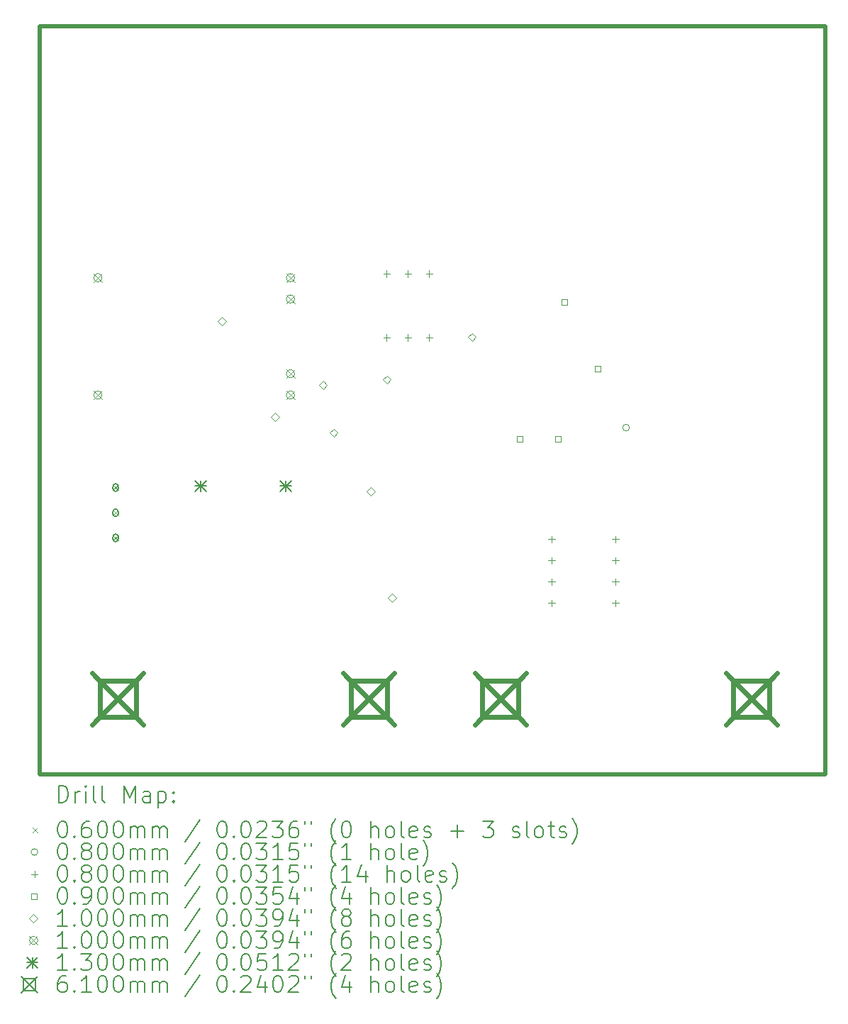
<source format=gbr>
%TF.GenerationSoftware,KiCad,Pcbnew,7.0.1*%
%TF.CreationDate,2023-05-16T20:26:10-05:00*%
%TF.ProjectId,SeneCurrent,53656e65-4375-4727-9265-6e742e6b6963,rev?*%
%TF.SameCoordinates,Original*%
%TF.FileFunction,Drillmap*%
%TF.FilePolarity,Positive*%
%FSLAX45Y45*%
G04 Gerber Fmt 4.5, Leading zero omitted, Abs format (unit mm)*
G04 Created by KiCad (PCBNEW 7.0.1) date 2023-05-16 20:26:10*
%MOMM*%
%LPD*%
G01*
G04 APERTURE LIST*
%ADD10C,0.500000*%
%ADD11C,0.200000*%
%ADD12C,0.060000*%
%ADD13C,0.080000*%
%ADD14C,0.090000*%
%ADD15C,0.100000*%
%ADD16C,0.130000*%
%ADD17C,0.610000*%
G04 APERTURE END LIST*
D10*
X5191760Y-4033520D02*
X14574520Y-4033520D01*
X14574520Y-12964160D01*
X5191760Y-12964160D01*
X5191760Y-4033520D01*
D11*
D12*
X6066000Y-9512500D02*
X6126000Y-9572500D01*
X6126000Y-9512500D02*
X6066000Y-9572500D01*
D11*
X6126000Y-9557500D02*
X6126000Y-9527500D01*
X6126000Y-9527500D02*
G75*
G03*
X6066000Y-9527500I-30000J0D01*
G01*
X6066000Y-9527500D02*
X6066000Y-9557500D01*
X6066000Y-9557500D02*
G75*
G03*
X6126000Y-9557500I30000J0D01*
G01*
D12*
X6066000Y-9812500D02*
X6126000Y-9872500D01*
X6126000Y-9812500D02*
X6066000Y-9872500D01*
D11*
X6126000Y-9857500D02*
X6126000Y-9827500D01*
X6126000Y-9827500D02*
G75*
G03*
X6066000Y-9827500I-30000J0D01*
G01*
X6066000Y-9827500D02*
X6066000Y-9857500D01*
X6066000Y-9857500D02*
G75*
G03*
X6126000Y-9857500I30000J0D01*
G01*
D12*
X6066000Y-10112500D02*
X6126000Y-10172500D01*
X6126000Y-10112500D02*
X6066000Y-10172500D01*
D11*
X6126000Y-10157500D02*
X6126000Y-10127500D01*
X6126000Y-10127500D02*
G75*
G03*
X6066000Y-10127500I-30000J0D01*
G01*
X6066000Y-10127500D02*
X6066000Y-10157500D01*
X6066000Y-10157500D02*
G75*
G03*
X6126000Y-10157500I30000J0D01*
G01*
D13*
X12232000Y-8826500D02*
G75*
G03*
X12232000Y-8826500I-40000J0D01*
G01*
X9333000Y-6949250D02*
X9333000Y-7029250D01*
X9293000Y-6989250D02*
X9373000Y-6989250D01*
X9333000Y-7711250D02*
X9333000Y-7791250D01*
X9293000Y-7751250D02*
X9373000Y-7751250D01*
X9587000Y-6949250D02*
X9587000Y-7029250D01*
X9547000Y-6989250D02*
X9627000Y-6989250D01*
X9587000Y-7711250D02*
X9587000Y-7791250D01*
X9547000Y-7751250D02*
X9627000Y-7751250D01*
X9841000Y-6949250D02*
X9841000Y-7029250D01*
X9801000Y-6989250D02*
X9881000Y-6989250D01*
X9841000Y-7711250D02*
X9841000Y-7791250D01*
X9801000Y-7751250D02*
X9881000Y-7751250D01*
X11303000Y-10120000D02*
X11303000Y-10200000D01*
X11263000Y-10160000D02*
X11343000Y-10160000D01*
X11303000Y-10374000D02*
X11303000Y-10454000D01*
X11263000Y-10414000D02*
X11343000Y-10414000D01*
X11303000Y-10628000D02*
X11303000Y-10708000D01*
X11263000Y-10668000D02*
X11343000Y-10668000D01*
X11303000Y-10882000D02*
X11303000Y-10962000D01*
X11263000Y-10922000D02*
X11343000Y-10922000D01*
X12065000Y-10120000D02*
X12065000Y-10200000D01*
X12025000Y-10160000D02*
X12105000Y-10160000D01*
X12065000Y-10374000D02*
X12065000Y-10454000D01*
X12025000Y-10414000D02*
X12105000Y-10414000D01*
X12065000Y-10628000D02*
X12065000Y-10708000D01*
X12025000Y-10668000D02*
X12105000Y-10668000D01*
X12065000Y-10882000D02*
X12065000Y-10962000D01*
X12025000Y-10922000D02*
X12105000Y-10922000D01*
D14*
X10953820Y-8995480D02*
X10953820Y-8931840D01*
X10890180Y-8931840D01*
X10890180Y-8995480D01*
X10953820Y-8995480D01*
X11411020Y-8995480D02*
X11411020Y-8931840D01*
X11347380Y-8931840D01*
X11347380Y-8995480D01*
X11411020Y-8995480D01*
X11487220Y-7359720D02*
X11487220Y-7296080D01*
X11423580Y-7296080D01*
X11423580Y-7359720D01*
X11487220Y-7359720D01*
X11886000Y-8154740D02*
X11886000Y-8091100D01*
X11822360Y-8091100D01*
X11822360Y-8154740D01*
X11886000Y-8154740D01*
D15*
X7366000Y-7606500D02*
X7416000Y-7556500D01*
X7366000Y-7506500D01*
X7316000Y-7556500D01*
X7366000Y-7606500D01*
X8001000Y-8749500D02*
X8051000Y-8699500D01*
X8001000Y-8649500D01*
X7951000Y-8699500D01*
X8001000Y-8749500D01*
X8572500Y-8368500D02*
X8622500Y-8318500D01*
X8572500Y-8268500D01*
X8522500Y-8318500D01*
X8572500Y-8368500D01*
X8699500Y-8940000D02*
X8749500Y-8890000D01*
X8699500Y-8840000D01*
X8649500Y-8890000D01*
X8699500Y-8940000D01*
X9144000Y-9638500D02*
X9194000Y-9588500D01*
X9144000Y-9538500D01*
X9094000Y-9588500D01*
X9144000Y-9638500D01*
X9334500Y-8305000D02*
X9384500Y-8255000D01*
X9334500Y-8205000D01*
X9284500Y-8255000D01*
X9334500Y-8305000D01*
X9398000Y-10908500D02*
X9448000Y-10858500D01*
X9398000Y-10808500D01*
X9348000Y-10858500D01*
X9398000Y-10908500D01*
X10350500Y-7797000D02*
X10400500Y-7747000D01*
X10350500Y-7697000D01*
X10300500Y-7747000D01*
X10350500Y-7797000D01*
X5834500Y-6987500D02*
X5934500Y-7087500D01*
X5934500Y-6987500D02*
X5834500Y-7087500D01*
X5934500Y-7037500D02*
G75*
G03*
X5934500Y-7037500I-50000J0D01*
G01*
X5834500Y-8387500D02*
X5934500Y-8487500D01*
X5934500Y-8387500D02*
X5834500Y-8487500D01*
X5934500Y-8437500D02*
G75*
G03*
X5934500Y-8437500I-50000J0D01*
G01*
X8134500Y-6987500D02*
X8234500Y-7087500D01*
X8234500Y-6987500D02*
X8134500Y-7087500D01*
X8234500Y-7037500D02*
G75*
G03*
X8234500Y-7037500I-50000J0D01*
G01*
X8134500Y-7241500D02*
X8234500Y-7341500D01*
X8234500Y-7241500D02*
X8134500Y-7341500D01*
X8234500Y-7291500D02*
G75*
G03*
X8234500Y-7291500I-50000J0D01*
G01*
X8134500Y-8133500D02*
X8234500Y-8233500D01*
X8234500Y-8133500D02*
X8134500Y-8233500D01*
X8234500Y-8183500D02*
G75*
G03*
X8234500Y-8183500I-50000J0D01*
G01*
X8134500Y-8387500D02*
X8234500Y-8487500D01*
X8234500Y-8387500D02*
X8134500Y-8487500D01*
X8234500Y-8437500D02*
G75*
G03*
X8234500Y-8437500I-50000J0D01*
G01*
D16*
X7047000Y-9460000D02*
X7177000Y-9590000D01*
X7177000Y-9460000D02*
X7047000Y-9590000D01*
X7112000Y-9460000D02*
X7112000Y-9590000D01*
X7047000Y-9525000D02*
X7177000Y-9525000D01*
X8063000Y-9460000D02*
X8193000Y-9590000D01*
X8193000Y-9460000D02*
X8063000Y-9590000D01*
X8128000Y-9460000D02*
X8128000Y-9590000D01*
X8063000Y-9525000D02*
X8193000Y-9525000D01*
D17*
X5818000Y-11760000D02*
X6428000Y-12370000D01*
X6428000Y-11760000D02*
X5818000Y-12370000D01*
X6338670Y-12280670D02*
X6338670Y-11849330D01*
X5907330Y-11849330D01*
X5907330Y-12280670D01*
X6338670Y-12280670D01*
X8815000Y-11760000D02*
X9425000Y-12370000D01*
X9425000Y-11760000D02*
X8815000Y-12370000D01*
X9335670Y-12280670D02*
X9335670Y-11849330D01*
X8904330Y-11849330D01*
X8904330Y-12280670D01*
X9335670Y-12280670D01*
X10387000Y-11760000D02*
X10997000Y-12370000D01*
X10997000Y-11760000D02*
X10387000Y-12370000D01*
X10907670Y-12280670D02*
X10907670Y-11849330D01*
X10476330Y-11849330D01*
X10476330Y-12280670D01*
X10907670Y-12280670D01*
X13384000Y-11760000D02*
X13994000Y-12370000D01*
X13994000Y-11760000D02*
X13384000Y-12370000D01*
X13904670Y-12280670D02*
X13904670Y-11849330D01*
X13473330Y-11849330D01*
X13473330Y-12280670D01*
X13904670Y-12280670D01*
D11*
X5414379Y-13301684D02*
X5414379Y-13101684D01*
X5414379Y-13101684D02*
X5461998Y-13101684D01*
X5461998Y-13101684D02*
X5490570Y-13111208D01*
X5490570Y-13111208D02*
X5509617Y-13130255D01*
X5509617Y-13130255D02*
X5519141Y-13149303D01*
X5519141Y-13149303D02*
X5528665Y-13187398D01*
X5528665Y-13187398D02*
X5528665Y-13215969D01*
X5528665Y-13215969D02*
X5519141Y-13254065D01*
X5519141Y-13254065D02*
X5509617Y-13273112D01*
X5509617Y-13273112D02*
X5490570Y-13292160D01*
X5490570Y-13292160D02*
X5461998Y-13301684D01*
X5461998Y-13301684D02*
X5414379Y-13301684D01*
X5614379Y-13301684D02*
X5614379Y-13168350D01*
X5614379Y-13206446D02*
X5623903Y-13187398D01*
X5623903Y-13187398D02*
X5633427Y-13177874D01*
X5633427Y-13177874D02*
X5652474Y-13168350D01*
X5652474Y-13168350D02*
X5671522Y-13168350D01*
X5738188Y-13301684D02*
X5738188Y-13168350D01*
X5738188Y-13101684D02*
X5728665Y-13111208D01*
X5728665Y-13111208D02*
X5738188Y-13120731D01*
X5738188Y-13120731D02*
X5747712Y-13111208D01*
X5747712Y-13111208D02*
X5738188Y-13101684D01*
X5738188Y-13101684D02*
X5738188Y-13120731D01*
X5861998Y-13301684D02*
X5842950Y-13292160D01*
X5842950Y-13292160D02*
X5833427Y-13273112D01*
X5833427Y-13273112D02*
X5833427Y-13101684D01*
X5966760Y-13301684D02*
X5947712Y-13292160D01*
X5947712Y-13292160D02*
X5938188Y-13273112D01*
X5938188Y-13273112D02*
X5938188Y-13101684D01*
X6195331Y-13301684D02*
X6195331Y-13101684D01*
X6195331Y-13101684D02*
X6261998Y-13244541D01*
X6261998Y-13244541D02*
X6328665Y-13101684D01*
X6328665Y-13101684D02*
X6328665Y-13301684D01*
X6509617Y-13301684D02*
X6509617Y-13196922D01*
X6509617Y-13196922D02*
X6500093Y-13177874D01*
X6500093Y-13177874D02*
X6481046Y-13168350D01*
X6481046Y-13168350D02*
X6442950Y-13168350D01*
X6442950Y-13168350D02*
X6423903Y-13177874D01*
X6509617Y-13292160D02*
X6490569Y-13301684D01*
X6490569Y-13301684D02*
X6442950Y-13301684D01*
X6442950Y-13301684D02*
X6423903Y-13292160D01*
X6423903Y-13292160D02*
X6414379Y-13273112D01*
X6414379Y-13273112D02*
X6414379Y-13254065D01*
X6414379Y-13254065D02*
X6423903Y-13235017D01*
X6423903Y-13235017D02*
X6442950Y-13225493D01*
X6442950Y-13225493D02*
X6490569Y-13225493D01*
X6490569Y-13225493D02*
X6509617Y-13215969D01*
X6604855Y-13168350D02*
X6604855Y-13368350D01*
X6604855Y-13177874D02*
X6623903Y-13168350D01*
X6623903Y-13168350D02*
X6661998Y-13168350D01*
X6661998Y-13168350D02*
X6681046Y-13177874D01*
X6681046Y-13177874D02*
X6690569Y-13187398D01*
X6690569Y-13187398D02*
X6700093Y-13206446D01*
X6700093Y-13206446D02*
X6700093Y-13263588D01*
X6700093Y-13263588D02*
X6690569Y-13282636D01*
X6690569Y-13282636D02*
X6681046Y-13292160D01*
X6681046Y-13292160D02*
X6661998Y-13301684D01*
X6661998Y-13301684D02*
X6623903Y-13301684D01*
X6623903Y-13301684D02*
X6604855Y-13292160D01*
X6785808Y-13282636D02*
X6795331Y-13292160D01*
X6795331Y-13292160D02*
X6785808Y-13301684D01*
X6785808Y-13301684D02*
X6776284Y-13292160D01*
X6776284Y-13292160D02*
X6785808Y-13282636D01*
X6785808Y-13282636D02*
X6785808Y-13301684D01*
X6785808Y-13177874D02*
X6795331Y-13187398D01*
X6795331Y-13187398D02*
X6785808Y-13196922D01*
X6785808Y-13196922D02*
X6776284Y-13187398D01*
X6776284Y-13187398D02*
X6785808Y-13177874D01*
X6785808Y-13177874D02*
X6785808Y-13196922D01*
D12*
X5106760Y-13599160D02*
X5166760Y-13659160D01*
X5166760Y-13599160D02*
X5106760Y-13659160D01*
D11*
X5452474Y-13521684D02*
X5471522Y-13521684D01*
X5471522Y-13521684D02*
X5490570Y-13531208D01*
X5490570Y-13531208D02*
X5500093Y-13540731D01*
X5500093Y-13540731D02*
X5509617Y-13559779D01*
X5509617Y-13559779D02*
X5519141Y-13597874D01*
X5519141Y-13597874D02*
X5519141Y-13645493D01*
X5519141Y-13645493D02*
X5509617Y-13683588D01*
X5509617Y-13683588D02*
X5500093Y-13702636D01*
X5500093Y-13702636D02*
X5490570Y-13712160D01*
X5490570Y-13712160D02*
X5471522Y-13721684D01*
X5471522Y-13721684D02*
X5452474Y-13721684D01*
X5452474Y-13721684D02*
X5433427Y-13712160D01*
X5433427Y-13712160D02*
X5423903Y-13702636D01*
X5423903Y-13702636D02*
X5414379Y-13683588D01*
X5414379Y-13683588D02*
X5404855Y-13645493D01*
X5404855Y-13645493D02*
X5404855Y-13597874D01*
X5404855Y-13597874D02*
X5414379Y-13559779D01*
X5414379Y-13559779D02*
X5423903Y-13540731D01*
X5423903Y-13540731D02*
X5433427Y-13531208D01*
X5433427Y-13531208D02*
X5452474Y-13521684D01*
X5604855Y-13702636D02*
X5614379Y-13712160D01*
X5614379Y-13712160D02*
X5604855Y-13721684D01*
X5604855Y-13721684D02*
X5595331Y-13712160D01*
X5595331Y-13712160D02*
X5604855Y-13702636D01*
X5604855Y-13702636D02*
X5604855Y-13721684D01*
X5785808Y-13521684D02*
X5747712Y-13521684D01*
X5747712Y-13521684D02*
X5728665Y-13531208D01*
X5728665Y-13531208D02*
X5719141Y-13540731D01*
X5719141Y-13540731D02*
X5700093Y-13569303D01*
X5700093Y-13569303D02*
X5690569Y-13607398D01*
X5690569Y-13607398D02*
X5690569Y-13683588D01*
X5690569Y-13683588D02*
X5700093Y-13702636D01*
X5700093Y-13702636D02*
X5709617Y-13712160D01*
X5709617Y-13712160D02*
X5728665Y-13721684D01*
X5728665Y-13721684D02*
X5766760Y-13721684D01*
X5766760Y-13721684D02*
X5785808Y-13712160D01*
X5785808Y-13712160D02*
X5795331Y-13702636D01*
X5795331Y-13702636D02*
X5804855Y-13683588D01*
X5804855Y-13683588D02*
X5804855Y-13635969D01*
X5804855Y-13635969D02*
X5795331Y-13616922D01*
X5795331Y-13616922D02*
X5785808Y-13607398D01*
X5785808Y-13607398D02*
X5766760Y-13597874D01*
X5766760Y-13597874D02*
X5728665Y-13597874D01*
X5728665Y-13597874D02*
X5709617Y-13607398D01*
X5709617Y-13607398D02*
X5700093Y-13616922D01*
X5700093Y-13616922D02*
X5690569Y-13635969D01*
X5928665Y-13521684D02*
X5947712Y-13521684D01*
X5947712Y-13521684D02*
X5966760Y-13531208D01*
X5966760Y-13531208D02*
X5976284Y-13540731D01*
X5976284Y-13540731D02*
X5985808Y-13559779D01*
X5985808Y-13559779D02*
X5995331Y-13597874D01*
X5995331Y-13597874D02*
X5995331Y-13645493D01*
X5995331Y-13645493D02*
X5985808Y-13683588D01*
X5985808Y-13683588D02*
X5976284Y-13702636D01*
X5976284Y-13702636D02*
X5966760Y-13712160D01*
X5966760Y-13712160D02*
X5947712Y-13721684D01*
X5947712Y-13721684D02*
X5928665Y-13721684D01*
X5928665Y-13721684D02*
X5909617Y-13712160D01*
X5909617Y-13712160D02*
X5900093Y-13702636D01*
X5900093Y-13702636D02*
X5890569Y-13683588D01*
X5890569Y-13683588D02*
X5881046Y-13645493D01*
X5881046Y-13645493D02*
X5881046Y-13597874D01*
X5881046Y-13597874D02*
X5890569Y-13559779D01*
X5890569Y-13559779D02*
X5900093Y-13540731D01*
X5900093Y-13540731D02*
X5909617Y-13531208D01*
X5909617Y-13531208D02*
X5928665Y-13521684D01*
X6119141Y-13521684D02*
X6138189Y-13521684D01*
X6138189Y-13521684D02*
X6157236Y-13531208D01*
X6157236Y-13531208D02*
X6166760Y-13540731D01*
X6166760Y-13540731D02*
X6176284Y-13559779D01*
X6176284Y-13559779D02*
X6185808Y-13597874D01*
X6185808Y-13597874D02*
X6185808Y-13645493D01*
X6185808Y-13645493D02*
X6176284Y-13683588D01*
X6176284Y-13683588D02*
X6166760Y-13702636D01*
X6166760Y-13702636D02*
X6157236Y-13712160D01*
X6157236Y-13712160D02*
X6138189Y-13721684D01*
X6138189Y-13721684D02*
X6119141Y-13721684D01*
X6119141Y-13721684D02*
X6100093Y-13712160D01*
X6100093Y-13712160D02*
X6090569Y-13702636D01*
X6090569Y-13702636D02*
X6081046Y-13683588D01*
X6081046Y-13683588D02*
X6071522Y-13645493D01*
X6071522Y-13645493D02*
X6071522Y-13597874D01*
X6071522Y-13597874D02*
X6081046Y-13559779D01*
X6081046Y-13559779D02*
X6090569Y-13540731D01*
X6090569Y-13540731D02*
X6100093Y-13531208D01*
X6100093Y-13531208D02*
X6119141Y-13521684D01*
X6271522Y-13721684D02*
X6271522Y-13588350D01*
X6271522Y-13607398D02*
X6281046Y-13597874D01*
X6281046Y-13597874D02*
X6300093Y-13588350D01*
X6300093Y-13588350D02*
X6328665Y-13588350D01*
X6328665Y-13588350D02*
X6347712Y-13597874D01*
X6347712Y-13597874D02*
X6357236Y-13616922D01*
X6357236Y-13616922D02*
X6357236Y-13721684D01*
X6357236Y-13616922D02*
X6366760Y-13597874D01*
X6366760Y-13597874D02*
X6385808Y-13588350D01*
X6385808Y-13588350D02*
X6414379Y-13588350D01*
X6414379Y-13588350D02*
X6433427Y-13597874D01*
X6433427Y-13597874D02*
X6442950Y-13616922D01*
X6442950Y-13616922D02*
X6442950Y-13721684D01*
X6538189Y-13721684D02*
X6538189Y-13588350D01*
X6538189Y-13607398D02*
X6547712Y-13597874D01*
X6547712Y-13597874D02*
X6566760Y-13588350D01*
X6566760Y-13588350D02*
X6595331Y-13588350D01*
X6595331Y-13588350D02*
X6614379Y-13597874D01*
X6614379Y-13597874D02*
X6623903Y-13616922D01*
X6623903Y-13616922D02*
X6623903Y-13721684D01*
X6623903Y-13616922D02*
X6633427Y-13597874D01*
X6633427Y-13597874D02*
X6652474Y-13588350D01*
X6652474Y-13588350D02*
X6681046Y-13588350D01*
X6681046Y-13588350D02*
X6700093Y-13597874D01*
X6700093Y-13597874D02*
X6709617Y-13616922D01*
X6709617Y-13616922D02*
X6709617Y-13721684D01*
X7100093Y-13512160D02*
X6928665Y-13769303D01*
X7357236Y-13521684D02*
X7376284Y-13521684D01*
X7376284Y-13521684D02*
X7395332Y-13531208D01*
X7395332Y-13531208D02*
X7404855Y-13540731D01*
X7404855Y-13540731D02*
X7414379Y-13559779D01*
X7414379Y-13559779D02*
X7423903Y-13597874D01*
X7423903Y-13597874D02*
X7423903Y-13645493D01*
X7423903Y-13645493D02*
X7414379Y-13683588D01*
X7414379Y-13683588D02*
X7404855Y-13702636D01*
X7404855Y-13702636D02*
X7395332Y-13712160D01*
X7395332Y-13712160D02*
X7376284Y-13721684D01*
X7376284Y-13721684D02*
X7357236Y-13721684D01*
X7357236Y-13721684D02*
X7338189Y-13712160D01*
X7338189Y-13712160D02*
X7328665Y-13702636D01*
X7328665Y-13702636D02*
X7319141Y-13683588D01*
X7319141Y-13683588D02*
X7309617Y-13645493D01*
X7309617Y-13645493D02*
X7309617Y-13597874D01*
X7309617Y-13597874D02*
X7319141Y-13559779D01*
X7319141Y-13559779D02*
X7328665Y-13540731D01*
X7328665Y-13540731D02*
X7338189Y-13531208D01*
X7338189Y-13531208D02*
X7357236Y-13521684D01*
X7509617Y-13702636D02*
X7519141Y-13712160D01*
X7519141Y-13712160D02*
X7509617Y-13721684D01*
X7509617Y-13721684D02*
X7500093Y-13712160D01*
X7500093Y-13712160D02*
X7509617Y-13702636D01*
X7509617Y-13702636D02*
X7509617Y-13721684D01*
X7642951Y-13521684D02*
X7661998Y-13521684D01*
X7661998Y-13521684D02*
X7681046Y-13531208D01*
X7681046Y-13531208D02*
X7690570Y-13540731D01*
X7690570Y-13540731D02*
X7700093Y-13559779D01*
X7700093Y-13559779D02*
X7709617Y-13597874D01*
X7709617Y-13597874D02*
X7709617Y-13645493D01*
X7709617Y-13645493D02*
X7700093Y-13683588D01*
X7700093Y-13683588D02*
X7690570Y-13702636D01*
X7690570Y-13702636D02*
X7681046Y-13712160D01*
X7681046Y-13712160D02*
X7661998Y-13721684D01*
X7661998Y-13721684D02*
X7642951Y-13721684D01*
X7642951Y-13721684D02*
X7623903Y-13712160D01*
X7623903Y-13712160D02*
X7614379Y-13702636D01*
X7614379Y-13702636D02*
X7604855Y-13683588D01*
X7604855Y-13683588D02*
X7595332Y-13645493D01*
X7595332Y-13645493D02*
X7595332Y-13597874D01*
X7595332Y-13597874D02*
X7604855Y-13559779D01*
X7604855Y-13559779D02*
X7614379Y-13540731D01*
X7614379Y-13540731D02*
X7623903Y-13531208D01*
X7623903Y-13531208D02*
X7642951Y-13521684D01*
X7785808Y-13540731D02*
X7795332Y-13531208D01*
X7795332Y-13531208D02*
X7814379Y-13521684D01*
X7814379Y-13521684D02*
X7861998Y-13521684D01*
X7861998Y-13521684D02*
X7881046Y-13531208D01*
X7881046Y-13531208D02*
X7890570Y-13540731D01*
X7890570Y-13540731D02*
X7900093Y-13559779D01*
X7900093Y-13559779D02*
X7900093Y-13578827D01*
X7900093Y-13578827D02*
X7890570Y-13607398D01*
X7890570Y-13607398D02*
X7776284Y-13721684D01*
X7776284Y-13721684D02*
X7900093Y-13721684D01*
X7966760Y-13521684D02*
X8090570Y-13521684D01*
X8090570Y-13521684D02*
X8023903Y-13597874D01*
X8023903Y-13597874D02*
X8052474Y-13597874D01*
X8052474Y-13597874D02*
X8071522Y-13607398D01*
X8071522Y-13607398D02*
X8081046Y-13616922D01*
X8081046Y-13616922D02*
X8090570Y-13635969D01*
X8090570Y-13635969D02*
X8090570Y-13683588D01*
X8090570Y-13683588D02*
X8081046Y-13702636D01*
X8081046Y-13702636D02*
X8071522Y-13712160D01*
X8071522Y-13712160D02*
X8052474Y-13721684D01*
X8052474Y-13721684D02*
X7995332Y-13721684D01*
X7995332Y-13721684D02*
X7976284Y-13712160D01*
X7976284Y-13712160D02*
X7966760Y-13702636D01*
X8261998Y-13521684D02*
X8223903Y-13521684D01*
X8223903Y-13521684D02*
X8204855Y-13531208D01*
X8204855Y-13531208D02*
X8195332Y-13540731D01*
X8195332Y-13540731D02*
X8176284Y-13569303D01*
X8176284Y-13569303D02*
X8166760Y-13607398D01*
X8166760Y-13607398D02*
X8166760Y-13683588D01*
X8166760Y-13683588D02*
X8176284Y-13702636D01*
X8176284Y-13702636D02*
X8185808Y-13712160D01*
X8185808Y-13712160D02*
X8204855Y-13721684D01*
X8204855Y-13721684D02*
X8242951Y-13721684D01*
X8242951Y-13721684D02*
X8261998Y-13712160D01*
X8261998Y-13712160D02*
X8271522Y-13702636D01*
X8271522Y-13702636D02*
X8281046Y-13683588D01*
X8281046Y-13683588D02*
X8281046Y-13635969D01*
X8281046Y-13635969D02*
X8271522Y-13616922D01*
X8271522Y-13616922D02*
X8261998Y-13607398D01*
X8261998Y-13607398D02*
X8242951Y-13597874D01*
X8242951Y-13597874D02*
X8204855Y-13597874D01*
X8204855Y-13597874D02*
X8185808Y-13607398D01*
X8185808Y-13607398D02*
X8176284Y-13616922D01*
X8176284Y-13616922D02*
X8166760Y-13635969D01*
X8357236Y-13521684D02*
X8357236Y-13559779D01*
X8433427Y-13521684D02*
X8433427Y-13559779D01*
X8728665Y-13797874D02*
X8719141Y-13788350D01*
X8719141Y-13788350D02*
X8700094Y-13759779D01*
X8700094Y-13759779D02*
X8690570Y-13740731D01*
X8690570Y-13740731D02*
X8681046Y-13712160D01*
X8681046Y-13712160D02*
X8671522Y-13664541D01*
X8671522Y-13664541D02*
X8671522Y-13626446D01*
X8671522Y-13626446D02*
X8681046Y-13578827D01*
X8681046Y-13578827D02*
X8690570Y-13550255D01*
X8690570Y-13550255D02*
X8700094Y-13531208D01*
X8700094Y-13531208D02*
X8719141Y-13502636D01*
X8719141Y-13502636D02*
X8728665Y-13493112D01*
X8842951Y-13521684D02*
X8861998Y-13521684D01*
X8861998Y-13521684D02*
X8881046Y-13531208D01*
X8881046Y-13531208D02*
X8890570Y-13540731D01*
X8890570Y-13540731D02*
X8900094Y-13559779D01*
X8900094Y-13559779D02*
X8909617Y-13597874D01*
X8909617Y-13597874D02*
X8909617Y-13645493D01*
X8909617Y-13645493D02*
X8900094Y-13683588D01*
X8900094Y-13683588D02*
X8890570Y-13702636D01*
X8890570Y-13702636D02*
X8881046Y-13712160D01*
X8881046Y-13712160D02*
X8861998Y-13721684D01*
X8861998Y-13721684D02*
X8842951Y-13721684D01*
X8842951Y-13721684D02*
X8823903Y-13712160D01*
X8823903Y-13712160D02*
X8814379Y-13702636D01*
X8814379Y-13702636D02*
X8804856Y-13683588D01*
X8804856Y-13683588D02*
X8795332Y-13645493D01*
X8795332Y-13645493D02*
X8795332Y-13597874D01*
X8795332Y-13597874D02*
X8804856Y-13559779D01*
X8804856Y-13559779D02*
X8814379Y-13540731D01*
X8814379Y-13540731D02*
X8823903Y-13531208D01*
X8823903Y-13531208D02*
X8842951Y-13521684D01*
X9147713Y-13721684D02*
X9147713Y-13521684D01*
X9233427Y-13721684D02*
X9233427Y-13616922D01*
X9233427Y-13616922D02*
X9223903Y-13597874D01*
X9223903Y-13597874D02*
X9204856Y-13588350D01*
X9204856Y-13588350D02*
X9176284Y-13588350D01*
X9176284Y-13588350D02*
X9157237Y-13597874D01*
X9157237Y-13597874D02*
X9147713Y-13607398D01*
X9357237Y-13721684D02*
X9338189Y-13712160D01*
X9338189Y-13712160D02*
X9328665Y-13702636D01*
X9328665Y-13702636D02*
X9319141Y-13683588D01*
X9319141Y-13683588D02*
X9319141Y-13626446D01*
X9319141Y-13626446D02*
X9328665Y-13607398D01*
X9328665Y-13607398D02*
X9338189Y-13597874D01*
X9338189Y-13597874D02*
X9357237Y-13588350D01*
X9357237Y-13588350D02*
X9385808Y-13588350D01*
X9385808Y-13588350D02*
X9404856Y-13597874D01*
X9404856Y-13597874D02*
X9414379Y-13607398D01*
X9414379Y-13607398D02*
X9423903Y-13626446D01*
X9423903Y-13626446D02*
X9423903Y-13683588D01*
X9423903Y-13683588D02*
X9414379Y-13702636D01*
X9414379Y-13702636D02*
X9404856Y-13712160D01*
X9404856Y-13712160D02*
X9385808Y-13721684D01*
X9385808Y-13721684D02*
X9357237Y-13721684D01*
X9538189Y-13721684D02*
X9519141Y-13712160D01*
X9519141Y-13712160D02*
X9509618Y-13693112D01*
X9509618Y-13693112D02*
X9509618Y-13521684D01*
X9690570Y-13712160D02*
X9671522Y-13721684D01*
X9671522Y-13721684D02*
X9633427Y-13721684D01*
X9633427Y-13721684D02*
X9614379Y-13712160D01*
X9614379Y-13712160D02*
X9604856Y-13693112D01*
X9604856Y-13693112D02*
X9604856Y-13616922D01*
X9604856Y-13616922D02*
X9614379Y-13597874D01*
X9614379Y-13597874D02*
X9633427Y-13588350D01*
X9633427Y-13588350D02*
X9671522Y-13588350D01*
X9671522Y-13588350D02*
X9690570Y-13597874D01*
X9690570Y-13597874D02*
X9700094Y-13616922D01*
X9700094Y-13616922D02*
X9700094Y-13635969D01*
X9700094Y-13635969D02*
X9604856Y-13655017D01*
X9776284Y-13712160D02*
X9795332Y-13721684D01*
X9795332Y-13721684D02*
X9833427Y-13721684D01*
X9833427Y-13721684D02*
X9852475Y-13712160D01*
X9852475Y-13712160D02*
X9861999Y-13693112D01*
X9861999Y-13693112D02*
X9861999Y-13683588D01*
X9861999Y-13683588D02*
X9852475Y-13664541D01*
X9852475Y-13664541D02*
X9833427Y-13655017D01*
X9833427Y-13655017D02*
X9804856Y-13655017D01*
X9804856Y-13655017D02*
X9785808Y-13645493D01*
X9785808Y-13645493D02*
X9776284Y-13626446D01*
X9776284Y-13626446D02*
X9776284Y-13616922D01*
X9776284Y-13616922D02*
X9785808Y-13597874D01*
X9785808Y-13597874D02*
X9804856Y-13588350D01*
X9804856Y-13588350D02*
X9833427Y-13588350D01*
X9833427Y-13588350D02*
X9852475Y-13597874D01*
X10100094Y-13645493D02*
X10252475Y-13645493D01*
X10176284Y-13721684D02*
X10176284Y-13569303D01*
X10481046Y-13521684D02*
X10604856Y-13521684D01*
X10604856Y-13521684D02*
X10538189Y-13597874D01*
X10538189Y-13597874D02*
X10566761Y-13597874D01*
X10566761Y-13597874D02*
X10585808Y-13607398D01*
X10585808Y-13607398D02*
X10595332Y-13616922D01*
X10595332Y-13616922D02*
X10604856Y-13635969D01*
X10604856Y-13635969D02*
X10604856Y-13683588D01*
X10604856Y-13683588D02*
X10595332Y-13702636D01*
X10595332Y-13702636D02*
X10585808Y-13712160D01*
X10585808Y-13712160D02*
X10566761Y-13721684D01*
X10566761Y-13721684D02*
X10509618Y-13721684D01*
X10509618Y-13721684D02*
X10490570Y-13712160D01*
X10490570Y-13712160D02*
X10481046Y-13702636D01*
X10833427Y-13712160D02*
X10852475Y-13721684D01*
X10852475Y-13721684D02*
X10890570Y-13721684D01*
X10890570Y-13721684D02*
X10909618Y-13712160D01*
X10909618Y-13712160D02*
X10919142Y-13693112D01*
X10919142Y-13693112D02*
X10919142Y-13683588D01*
X10919142Y-13683588D02*
X10909618Y-13664541D01*
X10909618Y-13664541D02*
X10890570Y-13655017D01*
X10890570Y-13655017D02*
X10861999Y-13655017D01*
X10861999Y-13655017D02*
X10842951Y-13645493D01*
X10842951Y-13645493D02*
X10833427Y-13626446D01*
X10833427Y-13626446D02*
X10833427Y-13616922D01*
X10833427Y-13616922D02*
X10842951Y-13597874D01*
X10842951Y-13597874D02*
X10861999Y-13588350D01*
X10861999Y-13588350D02*
X10890570Y-13588350D01*
X10890570Y-13588350D02*
X10909618Y-13597874D01*
X11033427Y-13721684D02*
X11014380Y-13712160D01*
X11014380Y-13712160D02*
X11004856Y-13693112D01*
X11004856Y-13693112D02*
X11004856Y-13521684D01*
X11138189Y-13721684D02*
X11119142Y-13712160D01*
X11119142Y-13712160D02*
X11109618Y-13702636D01*
X11109618Y-13702636D02*
X11100094Y-13683588D01*
X11100094Y-13683588D02*
X11100094Y-13626446D01*
X11100094Y-13626446D02*
X11109618Y-13607398D01*
X11109618Y-13607398D02*
X11119142Y-13597874D01*
X11119142Y-13597874D02*
X11138189Y-13588350D01*
X11138189Y-13588350D02*
X11166761Y-13588350D01*
X11166761Y-13588350D02*
X11185808Y-13597874D01*
X11185808Y-13597874D02*
X11195332Y-13607398D01*
X11195332Y-13607398D02*
X11204856Y-13626446D01*
X11204856Y-13626446D02*
X11204856Y-13683588D01*
X11204856Y-13683588D02*
X11195332Y-13702636D01*
X11195332Y-13702636D02*
X11185808Y-13712160D01*
X11185808Y-13712160D02*
X11166761Y-13721684D01*
X11166761Y-13721684D02*
X11138189Y-13721684D01*
X11261999Y-13588350D02*
X11338189Y-13588350D01*
X11290570Y-13521684D02*
X11290570Y-13693112D01*
X11290570Y-13693112D02*
X11300094Y-13712160D01*
X11300094Y-13712160D02*
X11319141Y-13721684D01*
X11319141Y-13721684D02*
X11338189Y-13721684D01*
X11395332Y-13712160D02*
X11414380Y-13721684D01*
X11414380Y-13721684D02*
X11452475Y-13721684D01*
X11452475Y-13721684D02*
X11471522Y-13712160D01*
X11471522Y-13712160D02*
X11481046Y-13693112D01*
X11481046Y-13693112D02*
X11481046Y-13683588D01*
X11481046Y-13683588D02*
X11471522Y-13664541D01*
X11471522Y-13664541D02*
X11452475Y-13655017D01*
X11452475Y-13655017D02*
X11423903Y-13655017D01*
X11423903Y-13655017D02*
X11404856Y-13645493D01*
X11404856Y-13645493D02*
X11395332Y-13626446D01*
X11395332Y-13626446D02*
X11395332Y-13616922D01*
X11395332Y-13616922D02*
X11404856Y-13597874D01*
X11404856Y-13597874D02*
X11423903Y-13588350D01*
X11423903Y-13588350D02*
X11452475Y-13588350D01*
X11452475Y-13588350D02*
X11471522Y-13597874D01*
X11547713Y-13797874D02*
X11557237Y-13788350D01*
X11557237Y-13788350D02*
X11576284Y-13759779D01*
X11576284Y-13759779D02*
X11585808Y-13740731D01*
X11585808Y-13740731D02*
X11595332Y-13712160D01*
X11595332Y-13712160D02*
X11604856Y-13664541D01*
X11604856Y-13664541D02*
X11604856Y-13626446D01*
X11604856Y-13626446D02*
X11595332Y-13578827D01*
X11595332Y-13578827D02*
X11585808Y-13550255D01*
X11585808Y-13550255D02*
X11576284Y-13531208D01*
X11576284Y-13531208D02*
X11557237Y-13502636D01*
X11557237Y-13502636D02*
X11547713Y-13493112D01*
D13*
X5166760Y-13893160D02*
G75*
G03*
X5166760Y-13893160I-40000J0D01*
G01*
D11*
X5452474Y-13785684D02*
X5471522Y-13785684D01*
X5471522Y-13785684D02*
X5490570Y-13795208D01*
X5490570Y-13795208D02*
X5500093Y-13804731D01*
X5500093Y-13804731D02*
X5509617Y-13823779D01*
X5509617Y-13823779D02*
X5519141Y-13861874D01*
X5519141Y-13861874D02*
X5519141Y-13909493D01*
X5519141Y-13909493D02*
X5509617Y-13947588D01*
X5509617Y-13947588D02*
X5500093Y-13966636D01*
X5500093Y-13966636D02*
X5490570Y-13976160D01*
X5490570Y-13976160D02*
X5471522Y-13985684D01*
X5471522Y-13985684D02*
X5452474Y-13985684D01*
X5452474Y-13985684D02*
X5433427Y-13976160D01*
X5433427Y-13976160D02*
X5423903Y-13966636D01*
X5423903Y-13966636D02*
X5414379Y-13947588D01*
X5414379Y-13947588D02*
X5404855Y-13909493D01*
X5404855Y-13909493D02*
X5404855Y-13861874D01*
X5404855Y-13861874D02*
X5414379Y-13823779D01*
X5414379Y-13823779D02*
X5423903Y-13804731D01*
X5423903Y-13804731D02*
X5433427Y-13795208D01*
X5433427Y-13795208D02*
X5452474Y-13785684D01*
X5604855Y-13966636D02*
X5614379Y-13976160D01*
X5614379Y-13976160D02*
X5604855Y-13985684D01*
X5604855Y-13985684D02*
X5595331Y-13976160D01*
X5595331Y-13976160D02*
X5604855Y-13966636D01*
X5604855Y-13966636D02*
X5604855Y-13985684D01*
X5728665Y-13871398D02*
X5709617Y-13861874D01*
X5709617Y-13861874D02*
X5700093Y-13852350D01*
X5700093Y-13852350D02*
X5690569Y-13833303D01*
X5690569Y-13833303D02*
X5690569Y-13823779D01*
X5690569Y-13823779D02*
X5700093Y-13804731D01*
X5700093Y-13804731D02*
X5709617Y-13795208D01*
X5709617Y-13795208D02*
X5728665Y-13785684D01*
X5728665Y-13785684D02*
X5766760Y-13785684D01*
X5766760Y-13785684D02*
X5785808Y-13795208D01*
X5785808Y-13795208D02*
X5795331Y-13804731D01*
X5795331Y-13804731D02*
X5804855Y-13823779D01*
X5804855Y-13823779D02*
X5804855Y-13833303D01*
X5804855Y-13833303D02*
X5795331Y-13852350D01*
X5795331Y-13852350D02*
X5785808Y-13861874D01*
X5785808Y-13861874D02*
X5766760Y-13871398D01*
X5766760Y-13871398D02*
X5728665Y-13871398D01*
X5728665Y-13871398D02*
X5709617Y-13880922D01*
X5709617Y-13880922D02*
X5700093Y-13890446D01*
X5700093Y-13890446D02*
X5690569Y-13909493D01*
X5690569Y-13909493D02*
X5690569Y-13947588D01*
X5690569Y-13947588D02*
X5700093Y-13966636D01*
X5700093Y-13966636D02*
X5709617Y-13976160D01*
X5709617Y-13976160D02*
X5728665Y-13985684D01*
X5728665Y-13985684D02*
X5766760Y-13985684D01*
X5766760Y-13985684D02*
X5785808Y-13976160D01*
X5785808Y-13976160D02*
X5795331Y-13966636D01*
X5795331Y-13966636D02*
X5804855Y-13947588D01*
X5804855Y-13947588D02*
X5804855Y-13909493D01*
X5804855Y-13909493D02*
X5795331Y-13890446D01*
X5795331Y-13890446D02*
X5785808Y-13880922D01*
X5785808Y-13880922D02*
X5766760Y-13871398D01*
X5928665Y-13785684D02*
X5947712Y-13785684D01*
X5947712Y-13785684D02*
X5966760Y-13795208D01*
X5966760Y-13795208D02*
X5976284Y-13804731D01*
X5976284Y-13804731D02*
X5985808Y-13823779D01*
X5985808Y-13823779D02*
X5995331Y-13861874D01*
X5995331Y-13861874D02*
X5995331Y-13909493D01*
X5995331Y-13909493D02*
X5985808Y-13947588D01*
X5985808Y-13947588D02*
X5976284Y-13966636D01*
X5976284Y-13966636D02*
X5966760Y-13976160D01*
X5966760Y-13976160D02*
X5947712Y-13985684D01*
X5947712Y-13985684D02*
X5928665Y-13985684D01*
X5928665Y-13985684D02*
X5909617Y-13976160D01*
X5909617Y-13976160D02*
X5900093Y-13966636D01*
X5900093Y-13966636D02*
X5890569Y-13947588D01*
X5890569Y-13947588D02*
X5881046Y-13909493D01*
X5881046Y-13909493D02*
X5881046Y-13861874D01*
X5881046Y-13861874D02*
X5890569Y-13823779D01*
X5890569Y-13823779D02*
X5900093Y-13804731D01*
X5900093Y-13804731D02*
X5909617Y-13795208D01*
X5909617Y-13795208D02*
X5928665Y-13785684D01*
X6119141Y-13785684D02*
X6138189Y-13785684D01*
X6138189Y-13785684D02*
X6157236Y-13795208D01*
X6157236Y-13795208D02*
X6166760Y-13804731D01*
X6166760Y-13804731D02*
X6176284Y-13823779D01*
X6176284Y-13823779D02*
X6185808Y-13861874D01*
X6185808Y-13861874D02*
X6185808Y-13909493D01*
X6185808Y-13909493D02*
X6176284Y-13947588D01*
X6176284Y-13947588D02*
X6166760Y-13966636D01*
X6166760Y-13966636D02*
X6157236Y-13976160D01*
X6157236Y-13976160D02*
X6138189Y-13985684D01*
X6138189Y-13985684D02*
X6119141Y-13985684D01*
X6119141Y-13985684D02*
X6100093Y-13976160D01*
X6100093Y-13976160D02*
X6090569Y-13966636D01*
X6090569Y-13966636D02*
X6081046Y-13947588D01*
X6081046Y-13947588D02*
X6071522Y-13909493D01*
X6071522Y-13909493D02*
X6071522Y-13861874D01*
X6071522Y-13861874D02*
X6081046Y-13823779D01*
X6081046Y-13823779D02*
X6090569Y-13804731D01*
X6090569Y-13804731D02*
X6100093Y-13795208D01*
X6100093Y-13795208D02*
X6119141Y-13785684D01*
X6271522Y-13985684D02*
X6271522Y-13852350D01*
X6271522Y-13871398D02*
X6281046Y-13861874D01*
X6281046Y-13861874D02*
X6300093Y-13852350D01*
X6300093Y-13852350D02*
X6328665Y-13852350D01*
X6328665Y-13852350D02*
X6347712Y-13861874D01*
X6347712Y-13861874D02*
X6357236Y-13880922D01*
X6357236Y-13880922D02*
X6357236Y-13985684D01*
X6357236Y-13880922D02*
X6366760Y-13861874D01*
X6366760Y-13861874D02*
X6385808Y-13852350D01*
X6385808Y-13852350D02*
X6414379Y-13852350D01*
X6414379Y-13852350D02*
X6433427Y-13861874D01*
X6433427Y-13861874D02*
X6442950Y-13880922D01*
X6442950Y-13880922D02*
X6442950Y-13985684D01*
X6538189Y-13985684D02*
X6538189Y-13852350D01*
X6538189Y-13871398D02*
X6547712Y-13861874D01*
X6547712Y-13861874D02*
X6566760Y-13852350D01*
X6566760Y-13852350D02*
X6595331Y-13852350D01*
X6595331Y-13852350D02*
X6614379Y-13861874D01*
X6614379Y-13861874D02*
X6623903Y-13880922D01*
X6623903Y-13880922D02*
X6623903Y-13985684D01*
X6623903Y-13880922D02*
X6633427Y-13861874D01*
X6633427Y-13861874D02*
X6652474Y-13852350D01*
X6652474Y-13852350D02*
X6681046Y-13852350D01*
X6681046Y-13852350D02*
X6700093Y-13861874D01*
X6700093Y-13861874D02*
X6709617Y-13880922D01*
X6709617Y-13880922D02*
X6709617Y-13985684D01*
X7100093Y-13776160D02*
X6928665Y-14033303D01*
X7357236Y-13785684D02*
X7376284Y-13785684D01*
X7376284Y-13785684D02*
X7395332Y-13795208D01*
X7395332Y-13795208D02*
X7404855Y-13804731D01*
X7404855Y-13804731D02*
X7414379Y-13823779D01*
X7414379Y-13823779D02*
X7423903Y-13861874D01*
X7423903Y-13861874D02*
X7423903Y-13909493D01*
X7423903Y-13909493D02*
X7414379Y-13947588D01*
X7414379Y-13947588D02*
X7404855Y-13966636D01*
X7404855Y-13966636D02*
X7395332Y-13976160D01*
X7395332Y-13976160D02*
X7376284Y-13985684D01*
X7376284Y-13985684D02*
X7357236Y-13985684D01*
X7357236Y-13985684D02*
X7338189Y-13976160D01*
X7338189Y-13976160D02*
X7328665Y-13966636D01*
X7328665Y-13966636D02*
X7319141Y-13947588D01*
X7319141Y-13947588D02*
X7309617Y-13909493D01*
X7309617Y-13909493D02*
X7309617Y-13861874D01*
X7309617Y-13861874D02*
X7319141Y-13823779D01*
X7319141Y-13823779D02*
X7328665Y-13804731D01*
X7328665Y-13804731D02*
X7338189Y-13795208D01*
X7338189Y-13795208D02*
X7357236Y-13785684D01*
X7509617Y-13966636D02*
X7519141Y-13976160D01*
X7519141Y-13976160D02*
X7509617Y-13985684D01*
X7509617Y-13985684D02*
X7500093Y-13976160D01*
X7500093Y-13976160D02*
X7509617Y-13966636D01*
X7509617Y-13966636D02*
X7509617Y-13985684D01*
X7642951Y-13785684D02*
X7661998Y-13785684D01*
X7661998Y-13785684D02*
X7681046Y-13795208D01*
X7681046Y-13795208D02*
X7690570Y-13804731D01*
X7690570Y-13804731D02*
X7700093Y-13823779D01*
X7700093Y-13823779D02*
X7709617Y-13861874D01*
X7709617Y-13861874D02*
X7709617Y-13909493D01*
X7709617Y-13909493D02*
X7700093Y-13947588D01*
X7700093Y-13947588D02*
X7690570Y-13966636D01*
X7690570Y-13966636D02*
X7681046Y-13976160D01*
X7681046Y-13976160D02*
X7661998Y-13985684D01*
X7661998Y-13985684D02*
X7642951Y-13985684D01*
X7642951Y-13985684D02*
X7623903Y-13976160D01*
X7623903Y-13976160D02*
X7614379Y-13966636D01*
X7614379Y-13966636D02*
X7604855Y-13947588D01*
X7604855Y-13947588D02*
X7595332Y-13909493D01*
X7595332Y-13909493D02*
X7595332Y-13861874D01*
X7595332Y-13861874D02*
X7604855Y-13823779D01*
X7604855Y-13823779D02*
X7614379Y-13804731D01*
X7614379Y-13804731D02*
X7623903Y-13795208D01*
X7623903Y-13795208D02*
X7642951Y-13785684D01*
X7776284Y-13785684D02*
X7900093Y-13785684D01*
X7900093Y-13785684D02*
X7833427Y-13861874D01*
X7833427Y-13861874D02*
X7861998Y-13861874D01*
X7861998Y-13861874D02*
X7881046Y-13871398D01*
X7881046Y-13871398D02*
X7890570Y-13880922D01*
X7890570Y-13880922D02*
X7900093Y-13899969D01*
X7900093Y-13899969D02*
X7900093Y-13947588D01*
X7900093Y-13947588D02*
X7890570Y-13966636D01*
X7890570Y-13966636D02*
X7881046Y-13976160D01*
X7881046Y-13976160D02*
X7861998Y-13985684D01*
X7861998Y-13985684D02*
X7804855Y-13985684D01*
X7804855Y-13985684D02*
X7785808Y-13976160D01*
X7785808Y-13976160D02*
X7776284Y-13966636D01*
X8090570Y-13985684D02*
X7976284Y-13985684D01*
X8033427Y-13985684D02*
X8033427Y-13785684D01*
X8033427Y-13785684D02*
X8014379Y-13814255D01*
X8014379Y-13814255D02*
X7995332Y-13833303D01*
X7995332Y-13833303D02*
X7976284Y-13842827D01*
X8271522Y-13785684D02*
X8176284Y-13785684D01*
X8176284Y-13785684D02*
X8166760Y-13880922D01*
X8166760Y-13880922D02*
X8176284Y-13871398D01*
X8176284Y-13871398D02*
X8195332Y-13861874D01*
X8195332Y-13861874D02*
X8242951Y-13861874D01*
X8242951Y-13861874D02*
X8261998Y-13871398D01*
X8261998Y-13871398D02*
X8271522Y-13880922D01*
X8271522Y-13880922D02*
X8281046Y-13899969D01*
X8281046Y-13899969D02*
X8281046Y-13947588D01*
X8281046Y-13947588D02*
X8271522Y-13966636D01*
X8271522Y-13966636D02*
X8261998Y-13976160D01*
X8261998Y-13976160D02*
X8242951Y-13985684D01*
X8242951Y-13985684D02*
X8195332Y-13985684D01*
X8195332Y-13985684D02*
X8176284Y-13976160D01*
X8176284Y-13976160D02*
X8166760Y-13966636D01*
X8357236Y-13785684D02*
X8357236Y-13823779D01*
X8433427Y-13785684D02*
X8433427Y-13823779D01*
X8728665Y-14061874D02*
X8719141Y-14052350D01*
X8719141Y-14052350D02*
X8700094Y-14023779D01*
X8700094Y-14023779D02*
X8690570Y-14004731D01*
X8690570Y-14004731D02*
X8681046Y-13976160D01*
X8681046Y-13976160D02*
X8671522Y-13928541D01*
X8671522Y-13928541D02*
X8671522Y-13890446D01*
X8671522Y-13890446D02*
X8681046Y-13842827D01*
X8681046Y-13842827D02*
X8690570Y-13814255D01*
X8690570Y-13814255D02*
X8700094Y-13795208D01*
X8700094Y-13795208D02*
X8719141Y-13766636D01*
X8719141Y-13766636D02*
X8728665Y-13757112D01*
X8909617Y-13985684D02*
X8795332Y-13985684D01*
X8852475Y-13985684D02*
X8852475Y-13785684D01*
X8852475Y-13785684D02*
X8833427Y-13814255D01*
X8833427Y-13814255D02*
X8814379Y-13833303D01*
X8814379Y-13833303D02*
X8795332Y-13842827D01*
X9147713Y-13985684D02*
X9147713Y-13785684D01*
X9233427Y-13985684D02*
X9233427Y-13880922D01*
X9233427Y-13880922D02*
X9223903Y-13861874D01*
X9223903Y-13861874D02*
X9204856Y-13852350D01*
X9204856Y-13852350D02*
X9176284Y-13852350D01*
X9176284Y-13852350D02*
X9157237Y-13861874D01*
X9157237Y-13861874D02*
X9147713Y-13871398D01*
X9357237Y-13985684D02*
X9338189Y-13976160D01*
X9338189Y-13976160D02*
X9328665Y-13966636D01*
X9328665Y-13966636D02*
X9319141Y-13947588D01*
X9319141Y-13947588D02*
X9319141Y-13890446D01*
X9319141Y-13890446D02*
X9328665Y-13871398D01*
X9328665Y-13871398D02*
X9338189Y-13861874D01*
X9338189Y-13861874D02*
X9357237Y-13852350D01*
X9357237Y-13852350D02*
X9385808Y-13852350D01*
X9385808Y-13852350D02*
X9404856Y-13861874D01*
X9404856Y-13861874D02*
X9414379Y-13871398D01*
X9414379Y-13871398D02*
X9423903Y-13890446D01*
X9423903Y-13890446D02*
X9423903Y-13947588D01*
X9423903Y-13947588D02*
X9414379Y-13966636D01*
X9414379Y-13966636D02*
X9404856Y-13976160D01*
X9404856Y-13976160D02*
X9385808Y-13985684D01*
X9385808Y-13985684D02*
X9357237Y-13985684D01*
X9538189Y-13985684D02*
X9519141Y-13976160D01*
X9519141Y-13976160D02*
X9509618Y-13957112D01*
X9509618Y-13957112D02*
X9509618Y-13785684D01*
X9690570Y-13976160D02*
X9671522Y-13985684D01*
X9671522Y-13985684D02*
X9633427Y-13985684D01*
X9633427Y-13985684D02*
X9614379Y-13976160D01*
X9614379Y-13976160D02*
X9604856Y-13957112D01*
X9604856Y-13957112D02*
X9604856Y-13880922D01*
X9604856Y-13880922D02*
X9614379Y-13861874D01*
X9614379Y-13861874D02*
X9633427Y-13852350D01*
X9633427Y-13852350D02*
X9671522Y-13852350D01*
X9671522Y-13852350D02*
X9690570Y-13861874D01*
X9690570Y-13861874D02*
X9700094Y-13880922D01*
X9700094Y-13880922D02*
X9700094Y-13899969D01*
X9700094Y-13899969D02*
X9604856Y-13919017D01*
X9766760Y-14061874D02*
X9776284Y-14052350D01*
X9776284Y-14052350D02*
X9795332Y-14023779D01*
X9795332Y-14023779D02*
X9804856Y-14004731D01*
X9804856Y-14004731D02*
X9814379Y-13976160D01*
X9814379Y-13976160D02*
X9823903Y-13928541D01*
X9823903Y-13928541D02*
X9823903Y-13890446D01*
X9823903Y-13890446D02*
X9814379Y-13842827D01*
X9814379Y-13842827D02*
X9804856Y-13814255D01*
X9804856Y-13814255D02*
X9795332Y-13795208D01*
X9795332Y-13795208D02*
X9776284Y-13766636D01*
X9776284Y-13766636D02*
X9766760Y-13757112D01*
D13*
X5126760Y-14117160D02*
X5126760Y-14197160D01*
X5086760Y-14157160D02*
X5166760Y-14157160D01*
D11*
X5452474Y-14049684D02*
X5471522Y-14049684D01*
X5471522Y-14049684D02*
X5490570Y-14059208D01*
X5490570Y-14059208D02*
X5500093Y-14068731D01*
X5500093Y-14068731D02*
X5509617Y-14087779D01*
X5509617Y-14087779D02*
X5519141Y-14125874D01*
X5519141Y-14125874D02*
X5519141Y-14173493D01*
X5519141Y-14173493D02*
X5509617Y-14211588D01*
X5509617Y-14211588D02*
X5500093Y-14230636D01*
X5500093Y-14230636D02*
X5490570Y-14240160D01*
X5490570Y-14240160D02*
X5471522Y-14249684D01*
X5471522Y-14249684D02*
X5452474Y-14249684D01*
X5452474Y-14249684D02*
X5433427Y-14240160D01*
X5433427Y-14240160D02*
X5423903Y-14230636D01*
X5423903Y-14230636D02*
X5414379Y-14211588D01*
X5414379Y-14211588D02*
X5404855Y-14173493D01*
X5404855Y-14173493D02*
X5404855Y-14125874D01*
X5404855Y-14125874D02*
X5414379Y-14087779D01*
X5414379Y-14087779D02*
X5423903Y-14068731D01*
X5423903Y-14068731D02*
X5433427Y-14059208D01*
X5433427Y-14059208D02*
X5452474Y-14049684D01*
X5604855Y-14230636D02*
X5614379Y-14240160D01*
X5614379Y-14240160D02*
X5604855Y-14249684D01*
X5604855Y-14249684D02*
X5595331Y-14240160D01*
X5595331Y-14240160D02*
X5604855Y-14230636D01*
X5604855Y-14230636D02*
X5604855Y-14249684D01*
X5728665Y-14135398D02*
X5709617Y-14125874D01*
X5709617Y-14125874D02*
X5700093Y-14116350D01*
X5700093Y-14116350D02*
X5690569Y-14097303D01*
X5690569Y-14097303D02*
X5690569Y-14087779D01*
X5690569Y-14087779D02*
X5700093Y-14068731D01*
X5700093Y-14068731D02*
X5709617Y-14059208D01*
X5709617Y-14059208D02*
X5728665Y-14049684D01*
X5728665Y-14049684D02*
X5766760Y-14049684D01*
X5766760Y-14049684D02*
X5785808Y-14059208D01*
X5785808Y-14059208D02*
X5795331Y-14068731D01*
X5795331Y-14068731D02*
X5804855Y-14087779D01*
X5804855Y-14087779D02*
X5804855Y-14097303D01*
X5804855Y-14097303D02*
X5795331Y-14116350D01*
X5795331Y-14116350D02*
X5785808Y-14125874D01*
X5785808Y-14125874D02*
X5766760Y-14135398D01*
X5766760Y-14135398D02*
X5728665Y-14135398D01*
X5728665Y-14135398D02*
X5709617Y-14144922D01*
X5709617Y-14144922D02*
X5700093Y-14154446D01*
X5700093Y-14154446D02*
X5690569Y-14173493D01*
X5690569Y-14173493D02*
X5690569Y-14211588D01*
X5690569Y-14211588D02*
X5700093Y-14230636D01*
X5700093Y-14230636D02*
X5709617Y-14240160D01*
X5709617Y-14240160D02*
X5728665Y-14249684D01*
X5728665Y-14249684D02*
X5766760Y-14249684D01*
X5766760Y-14249684D02*
X5785808Y-14240160D01*
X5785808Y-14240160D02*
X5795331Y-14230636D01*
X5795331Y-14230636D02*
X5804855Y-14211588D01*
X5804855Y-14211588D02*
X5804855Y-14173493D01*
X5804855Y-14173493D02*
X5795331Y-14154446D01*
X5795331Y-14154446D02*
X5785808Y-14144922D01*
X5785808Y-14144922D02*
X5766760Y-14135398D01*
X5928665Y-14049684D02*
X5947712Y-14049684D01*
X5947712Y-14049684D02*
X5966760Y-14059208D01*
X5966760Y-14059208D02*
X5976284Y-14068731D01*
X5976284Y-14068731D02*
X5985808Y-14087779D01*
X5985808Y-14087779D02*
X5995331Y-14125874D01*
X5995331Y-14125874D02*
X5995331Y-14173493D01*
X5995331Y-14173493D02*
X5985808Y-14211588D01*
X5985808Y-14211588D02*
X5976284Y-14230636D01*
X5976284Y-14230636D02*
X5966760Y-14240160D01*
X5966760Y-14240160D02*
X5947712Y-14249684D01*
X5947712Y-14249684D02*
X5928665Y-14249684D01*
X5928665Y-14249684D02*
X5909617Y-14240160D01*
X5909617Y-14240160D02*
X5900093Y-14230636D01*
X5900093Y-14230636D02*
X5890569Y-14211588D01*
X5890569Y-14211588D02*
X5881046Y-14173493D01*
X5881046Y-14173493D02*
X5881046Y-14125874D01*
X5881046Y-14125874D02*
X5890569Y-14087779D01*
X5890569Y-14087779D02*
X5900093Y-14068731D01*
X5900093Y-14068731D02*
X5909617Y-14059208D01*
X5909617Y-14059208D02*
X5928665Y-14049684D01*
X6119141Y-14049684D02*
X6138189Y-14049684D01*
X6138189Y-14049684D02*
X6157236Y-14059208D01*
X6157236Y-14059208D02*
X6166760Y-14068731D01*
X6166760Y-14068731D02*
X6176284Y-14087779D01*
X6176284Y-14087779D02*
X6185808Y-14125874D01*
X6185808Y-14125874D02*
X6185808Y-14173493D01*
X6185808Y-14173493D02*
X6176284Y-14211588D01*
X6176284Y-14211588D02*
X6166760Y-14230636D01*
X6166760Y-14230636D02*
X6157236Y-14240160D01*
X6157236Y-14240160D02*
X6138189Y-14249684D01*
X6138189Y-14249684D02*
X6119141Y-14249684D01*
X6119141Y-14249684D02*
X6100093Y-14240160D01*
X6100093Y-14240160D02*
X6090569Y-14230636D01*
X6090569Y-14230636D02*
X6081046Y-14211588D01*
X6081046Y-14211588D02*
X6071522Y-14173493D01*
X6071522Y-14173493D02*
X6071522Y-14125874D01*
X6071522Y-14125874D02*
X6081046Y-14087779D01*
X6081046Y-14087779D02*
X6090569Y-14068731D01*
X6090569Y-14068731D02*
X6100093Y-14059208D01*
X6100093Y-14059208D02*
X6119141Y-14049684D01*
X6271522Y-14249684D02*
X6271522Y-14116350D01*
X6271522Y-14135398D02*
X6281046Y-14125874D01*
X6281046Y-14125874D02*
X6300093Y-14116350D01*
X6300093Y-14116350D02*
X6328665Y-14116350D01*
X6328665Y-14116350D02*
X6347712Y-14125874D01*
X6347712Y-14125874D02*
X6357236Y-14144922D01*
X6357236Y-14144922D02*
X6357236Y-14249684D01*
X6357236Y-14144922D02*
X6366760Y-14125874D01*
X6366760Y-14125874D02*
X6385808Y-14116350D01*
X6385808Y-14116350D02*
X6414379Y-14116350D01*
X6414379Y-14116350D02*
X6433427Y-14125874D01*
X6433427Y-14125874D02*
X6442950Y-14144922D01*
X6442950Y-14144922D02*
X6442950Y-14249684D01*
X6538189Y-14249684D02*
X6538189Y-14116350D01*
X6538189Y-14135398D02*
X6547712Y-14125874D01*
X6547712Y-14125874D02*
X6566760Y-14116350D01*
X6566760Y-14116350D02*
X6595331Y-14116350D01*
X6595331Y-14116350D02*
X6614379Y-14125874D01*
X6614379Y-14125874D02*
X6623903Y-14144922D01*
X6623903Y-14144922D02*
X6623903Y-14249684D01*
X6623903Y-14144922D02*
X6633427Y-14125874D01*
X6633427Y-14125874D02*
X6652474Y-14116350D01*
X6652474Y-14116350D02*
X6681046Y-14116350D01*
X6681046Y-14116350D02*
X6700093Y-14125874D01*
X6700093Y-14125874D02*
X6709617Y-14144922D01*
X6709617Y-14144922D02*
X6709617Y-14249684D01*
X7100093Y-14040160D02*
X6928665Y-14297303D01*
X7357236Y-14049684D02*
X7376284Y-14049684D01*
X7376284Y-14049684D02*
X7395332Y-14059208D01*
X7395332Y-14059208D02*
X7404855Y-14068731D01*
X7404855Y-14068731D02*
X7414379Y-14087779D01*
X7414379Y-14087779D02*
X7423903Y-14125874D01*
X7423903Y-14125874D02*
X7423903Y-14173493D01*
X7423903Y-14173493D02*
X7414379Y-14211588D01*
X7414379Y-14211588D02*
X7404855Y-14230636D01*
X7404855Y-14230636D02*
X7395332Y-14240160D01*
X7395332Y-14240160D02*
X7376284Y-14249684D01*
X7376284Y-14249684D02*
X7357236Y-14249684D01*
X7357236Y-14249684D02*
X7338189Y-14240160D01*
X7338189Y-14240160D02*
X7328665Y-14230636D01*
X7328665Y-14230636D02*
X7319141Y-14211588D01*
X7319141Y-14211588D02*
X7309617Y-14173493D01*
X7309617Y-14173493D02*
X7309617Y-14125874D01*
X7309617Y-14125874D02*
X7319141Y-14087779D01*
X7319141Y-14087779D02*
X7328665Y-14068731D01*
X7328665Y-14068731D02*
X7338189Y-14059208D01*
X7338189Y-14059208D02*
X7357236Y-14049684D01*
X7509617Y-14230636D02*
X7519141Y-14240160D01*
X7519141Y-14240160D02*
X7509617Y-14249684D01*
X7509617Y-14249684D02*
X7500093Y-14240160D01*
X7500093Y-14240160D02*
X7509617Y-14230636D01*
X7509617Y-14230636D02*
X7509617Y-14249684D01*
X7642951Y-14049684D02*
X7661998Y-14049684D01*
X7661998Y-14049684D02*
X7681046Y-14059208D01*
X7681046Y-14059208D02*
X7690570Y-14068731D01*
X7690570Y-14068731D02*
X7700093Y-14087779D01*
X7700093Y-14087779D02*
X7709617Y-14125874D01*
X7709617Y-14125874D02*
X7709617Y-14173493D01*
X7709617Y-14173493D02*
X7700093Y-14211588D01*
X7700093Y-14211588D02*
X7690570Y-14230636D01*
X7690570Y-14230636D02*
X7681046Y-14240160D01*
X7681046Y-14240160D02*
X7661998Y-14249684D01*
X7661998Y-14249684D02*
X7642951Y-14249684D01*
X7642951Y-14249684D02*
X7623903Y-14240160D01*
X7623903Y-14240160D02*
X7614379Y-14230636D01*
X7614379Y-14230636D02*
X7604855Y-14211588D01*
X7604855Y-14211588D02*
X7595332Y-14173493D01*
X7595332Y-14173493D02*
X7595332Y-14125874D01*
X7595332Y-14125874D02*
X7604855Y-14087779D01*
X7604855Y-14087779D02*
X7614379Y-14068731D01*
X7614379Y-14068731D02*
X7623903Y-14059208D01*
X7623903Y-14059208D02*
X7642951Y-14049684D01*
X7776284Y-14049684D02*
X7900093Y-14049684D01*
X7900093Y-14049684D02*
X7833427Y-14125874D01*
X7833427Y-14125874D02*
X7861998Y-14125874D01*
X7861998Y-14125874D02*
X7881046Y-14135398D01*
X7881046Y-14135398D02*
X7890570Y-14144922D01*
X7890570Y-14144922D02*
X7900093Y-14163969D01*
X7900093Y-14163969D02*
X7900093Y-14211588D01*
X7900093Y-14211588D02*
X7890570Y-14230636D01*
X7890570Y-14230636D02*
X7881046Y-14240160D01*
X7881046Y-14240160D02*
X7861998Y-14249684D01*
X7861998Y-14249684D02*
X7804855Y-14249684D01*
X7804855Y-14249684D02*
X7785808Y-14240160D01*
X7785808Y-14240160D02*
X7776284Y-14230636D01*
X8090570Y-14249684D02*
X7976284Y-14249684D01*
X8033427Y-14249684D02*
X8033427Y-14049684D01*
X8033427Y-14049684D02*
X8014379Y-14078255D01*
X8014379Y-14078255D02*
X7995332Y-14097303D01*
X7995332Y-14097303D02*
X7976284Y-14106827D01*
X8271522Y-14049684D02*
X8176284Y-14049684D01*
X8176284Y-14049684D02*
X8166760Y-14144922D01*
X8166760Y-14144922D02*
X8176284Y-14135398D01*
X8176284Y-14135398D02*
X8195332Y-14125874D01*
X8195332Y-14125874D02*
X8242951Y-14125874D01*
X8242951Y-14125874D02*
X8261998Y-14135398D01*
X8261998Y-14135398D02*
X8271522Y-14144922D01*
X8271522Y-14144922D02*
X8281046Y-14163969D01*
X8281046Y-14163969D02*
X8281046Y-14211588D01*
X8281046Y-14211588D02*
X8271522Y-14230636D01*
X8271522Y-14230636D02*
X8261998Y-14240160D01*
X8261998Y-14240160D02*
X8242951Y-14249684D01*
X8242951Y-14249684D02*
X8195332Y-14249684D01*
X8195332Y-14249684D02*
X8176284Y-14240160D01*
X8176284Y-14240160D02*
X8166760Y-14230636D01*
X8357236Y-14049684D02*
X8357236Y-14087779D01*
X8433427Y-14049684D02*
X8433427Y-14087779D01*
X8728665Y-14325874D02*
X8719141Y-14316350D01*
X8719141Y-14316350D02*
X8700094Y-14287779D01*
X8700094Y-14287779D02*
X8690570Y-14268731D01*
X8690570Y-14268731D02*
X8681046Y-14240160D01*
X8681046Y-14240160D02*
X8671522Y-14192541D01*
X8671522Y-14192541D02*
X8671522Y-14154446D01*
X8671522Y-14154446D02*
X8681046Y-14106827D01*
X8681046Y-14106827D02*
X8690570Y-14078255D01*
X8690570Y-14078255D02*
X8700094Y-14059208D01*
X8700094Y-14059208D02*
X8719141Y-14030636D01*
X8719141Y-14030636D02*
X8728665Y-14021112D01*
X8909617Y-14249684D02*
X8795332Y-14249684D01*
X8852475Y-14249684D02*
X8852475Y-14049684D01*
X8852475Y-14049684D02*
X8833427Y-14078255D01*
X8833427Y-14078255D02*
X8814379Y-14097303D01*
X8814379Y-14097303D02*
X8795332Y-14106827D01*
X9081046Y-14116350D02*
X9081046Y-14249684D01*
X9033427Y-14040160D02*
X8985808Y-14183017D01*
X8985808Y-14183017D02*
X9109617Y-14183017D01*
X9338189Y-14249684D02*
X9338189Y-14049684D01*
X9423903Y-14249684D02*
X9423903Y-14144922D01*
X9423903Y-14144922D02*
X9414379Y-14125874D01*
X9414379Y-14125874D02*
X9395332Y-14116350D01*
X9395332Y-14116350D02*
X9366760Y-14116350D01*
X9366760Y-14116350D02*
X9347713Y-14125874D01*
X9347713Y-14125874D02*
X9338189Y-14135398D01*
X9547713Y-14249684D02*
X9528665Y-14240160D01*
X9528665Y-14240160D02*
X9519141Y-14230636D01*
X9519141Y-14230636D02*
X9509618Y-14211588D01*
X9509618Y-14211588D02*
X9509618Y-14154446D01*
X9509618Y-14154446D02*
X9519141Y-14135398D01*
X9519141Y-14135398D02*
X9528665Y-14125874D01*
X9528665Y-14125874D02*
X9547713Y-14116350D01*
X9547713Y-14116350D02*
X9576284Y-14116350D01*
X9576284Y-14116350D02*
X9595332Y-14125874D01*
X9595332Y-14125874D02*
X9604856Y-14135398D01*
X9604856Y-14135398D02*
X9614379Y-14154446D01*
X9614379Y-14154446D02*
X9614379Y-14211588D01*
X9614379Y-14211588D02*
X9604856Y-14230636D01*
X9604856Y-14230636D02*
X9595332Y-14240160D01*
X9595332Y-14240160D02*
X9576284Y-14249684D01*
X9576284Y-14249684D02*
X9547713Y-14249684D01*
X9728665Y-14249684D02*
X9709618Y-14240160D01*
X9709618Y-14240160D02*
X9700094Y-14221112D01*
X9700094Y-14221112D02*
X9700094Y-14049684D01*
X9881046Y-14240160D02*
X9861999Y-14249684D01*
X9861999Y-14249684D02*
X9823903Y-14249684D01*
X9823903Y-14249684D02*
X9804856Y-14240160D01*
X9804856Y-14240160D02*
X9795332Y-14221112D01*
X9795332Y-14221112D02*
X9795332Y-14144922D01*
X9795332Y-14144922D02*
X9804856Y-14125874D01*
X9804856Y-14125874D02*
X9823903Y-14116350D01*
X9823903Y-14116350D02*
X9861999Y-14116350D01*
X9861999Y-14116350D02*
X9881046Y-14125874D01*
X9881046Y-14125874D02*
X9890570Y-14144922D01*
X9890570Y-14144922D02*
X9890570Y-14163969D01*
X9890570Y-14163969D02*
X9795332Y-14183017D01*
X9966760Y-14240160D02*
X9985808Y-14249684D01*
X9985808Y-14249684D02*
X10023903Y-14249684D01*
X10023903Y-14249684D02*
X10042951Y-14240160D01*
X10042951Y-14240160D02*
X10052475Y-14221112D01*
X10052475Y-14221112D02*
X10052475Y-14211588D01*
X10052475Y-14211588D02*
X10042951Y-14192541D01*
X10042951Y-14192541D02*
X10023903Y-14183017D01*
X10023903Y-14183017D02*
X9995332Y-14183017D01*
X9995332Y-14183017D02*
X9976284Y-14173493D01*
X9976284Y-14173493D02*
X9966760Y-14154446D01*
X9966760Y-14154446D02*
X9966760Y-14144922D01*
X9966760Y-14144922D02*
X9976284Y-14125874D01*
X9976284Y-14125874D02*
X9995332Y-14116350D01*
X9995332Y-14116350D02*
X10023903Y-14116350D01*
X10023903Y-14116350D02*
X10042951Y-14125874D01*
X10119141Y-14325874D02*
X10128665Y-14316350D01*
X10128665Y-14316350D02*
X10147713Y-14287779D01*
X10147713Y-14287779D02*
X10157237Y-14268731D01*
X10157237Y-14268731D02*
X10166760Y-14240160D01*
X10166760Y-14240160D02*
X10176284Y-14192541D01*
X10176284Y-14192541D02*
X10176284Y-14154446D01*
X10176284Y-14154446D02*
X10166760Y-14106827D01*
X10166760Y-14106827D02*
X10157237Y-14078255D01*
X10157237Y-14078255D02*
X10147713Y-14059208D01*
X10147713Y-14059208D02*
X10128665Y-14030636D01*
X10128665Y-14030636D02*
X10119141Y-14021112D01*
D14*
X5153580Y-14452980D02*
X5153580Y-14389340D01*
X5089940Y-14389340D01*
X5089940Y-14452980D01*
X5153580Y-14452980D01*
D11*
X5452474Y-14313684D02*
X5471522Y-14313684D01*
X5471522Y-14313684D02*
X5490570Y-14323208D01*
X5490570Y-14323208D02*
X5500093Y-14332731D01*
X5500093Y-14332731D02*
X5509617Y-14351779D01*
X5509617Y-14351779D02*
X5519141Y-14389874D01*
X5519141Y-14389874D02*
X5519141Y-14437493D01*
X5519141Y-14437493D02*
X5509617Y-14475588D01*
X5509617Y-14475588D02*
X5500093Y-14494636D01*
X5500093Y-14494636D02*
X5490570Y-14504160D01*
X5490570Y-14504160D02*
X5471522Y-14513684D01*
X5471522Y-14513684D02*
X5452474Y-14513684D01*
X5452474Y-14513684D02*
X5433427Y-14504160D01*
X5433427Y-14504160D02*
X5423903Y-14494636D01*
X5423903Y-14494636D02*
X5414379Y-14475588D01*
X5414379Y-14475588D02*
X5404855Y-14437493D01*
X5404855Y-14437493D02*
X5404855Y-14389874D01*
X5404855Y-14389874D02*
X5414379Y-14351779D01*
X5414379Y-14351779D02*
X5423903Y-14332731D01*
X5423903Y-14332731D02*
X5433427Y-14323208D01*
X5433427Y-14323208D02*
X5452474Y-14313684D01*
X5604855Y-14494636D02*
X5614379Y-14504160D01*
X5614379Y-14504160D02*
X5604855Y-14513684D01*
X5604855Y-14513684D02*
X5595331Y-14504160D01*
X5595331Y-14504160D02*
X5604855Y-14494636D01*
X5604855Y-14494636D02*
X5604855Y-14513684D01*
X5709617Y-14513684D02*
X5747712Y-14513684D01*
X5747712Y-14513684D02*
X5766760Y-14504160D01*
X5766760Y-14504160D02*
X5776284Y-14494636D01*
X5776284Y-14494636D02*
X5795331Y-14466065D01*
X5795331Y-14466065D02*
X5804855Y-14427969D01*
X5804855Y-14427969D02*
X5804855Y-14351779D01*
X5804855Y-14351779D02*
X5795331Y-14332731D01*
X5795331Y-14332731D02*
X5785808Y-14323208D01*
X5785808Y-14323208D02*
X5766760Y-14313684D01*
X5766760Y-14313684D02*
X5728665Y-14313684D01*
X5728665Y-14313684D02*
X5709617Y-14323208D01*
X5709617Y-14323208D02*
X5700093Y-14332731D01*
X5700093Y-14332731D02*
X5690569Y-14351779D01*
X5690569Y-14351779D02*
X5690569Y-14399398D01*
X5690569Y-14399398D02*
X5700093Y-14418446D01*
X5700093Y-14418446D02*
X5709617Y-14427969D01*
X5709617Y-14427969D02*
X5728665Y-14437493D01*
X5728665Y-14437493D02*
X5766760Y-14437493D01*
X5766760Y-14437493D02*
X5785808Y-14427969D01*
X5785808Y-14427969D02*
X5795331Y-14418446D01*
X5795331Y-14418446D02*
X5804855Y-14399398D01*
X5928665Y-14313684D02*
X5947712Y-14313684D01*
X5947712Y-14313684D02*
X5966760Y-14323208D01*
X5966760Y-14323208D02*
X5976284Y-14332731D01*
X5976284Y-14332731D02*
X5985808Y-14351779D01*
X5985808Y-14351779D02*
X5995331Y-14389874D01*
X5995331Y-14389874D02*
X5995331Y-14437493D01*
X5995331Y-14437493D02*
X5985808Y-14475588D01*
X5985808Y-14475588D02*
X5976284Y-14494636D01*
X5976284Y-14494636D02*
X5966760Y-14504160D01*
X5966760Y-14504160D02*
X5947712Y-14513684D01*
X5947712Y-14513684D02*
X5928665Y-14513684D01*
X5928665Y-14513684D02*
X5909617Y-14504160D01*
X5909617Y-14504160D02*
X5900093Y-14494636D01*
X5900093Y-14494636D02*
X5890569Y-14475588D01*
X5890569Y-14475588D02*
X5881046Y-14437493D01*
X5881046Y-14437493D02*
X5881046Y-14389874D01*
X5881046Y-14389874D02*
X5890569Y-14351779D01*
X5890569Y-14351779D02*
X5900093Y-14332731D01*
X5900093Y-14332731D02*
X5909617Y-14323208D01*
X5909617Y-14323208D02*
X5928665Y-14313684D01*
X6119141Y-14313684D02*
X6138189Y-14313684D01*
X6138189Y-14313684D02*
X6157236Y-14323208D01*
X6157236Y-14323208D02*
X6166760Y-14332731D01*
X6166760Y-14332731D02*
X6176284Y-14351779D01*
X6176284Y-14351779D02*
X6185808Y-14389874D01*
X6185808Y-14389874D02*
X6185808Y-14437493D01*
X6185808Y-14437493D02*
X6176284Y-14475588D01*
X6176284Y-14475588D02*
X6166760Y-14494636D01*
X6166760Y-14494636D02*
X6157236Y-14504160D01*
X6157236Y-14504160D02*
X6138189Y-14513684D01*
X6138189Y-14513684D02*
X6119141Y-14513684D01*
X6119141Y-14513684D02*
X6100093Y-14504160D01*
X6100093Y-14504160D02*
X6090569Y-14494636D01*
X6090569Y-14494636D02*
X6081046Y-14475588D01*
X6081046Y-14475588D02*
X6071522Y-14437493D01*
X6071522Y-14437493D02*
X6071522Y-14389874D01*
X6071522Y-14389874D02*
X6081046Y-14351779D01*
X6081046Y-14351779D02*
X6090569Y-14332731D01*
X6090569Y-14332731D02*
X6100093Y-14323208D01*
X6100093Y-14323208D02*
X6119141Y-14313684D01*
X6271522Y-14513684D02*
X6271522Y-14380350D01*
X6271522Y-14399398D02*
X6281046Y-14389874D01*
X6281046Y-14389874D02*
X6300093Y-14380350D01*
X6300093Y-14380350D02*
X6328665Y-14380350D01*
X6328665Y-14380350D02*
X6347712Y-14389874D01*
X6347712Y-14389874D02*
X6357236Y-14408922D01*
X6357236Y-14408922D02*
X6357236Y-14513684D01*
X6357236Y-14408922D02*
X6366760Y-14389874D01*
X6366760Y-14389874D02*
X6385808Y-14380350D01*
X6385808Y-14380350D02*
X6414379Y-14380350D01*
X6414379Y-14380350D02*
X6433427Y-14389874D01*
X6433427Y-14389874D02*
X6442950Y-14408922D01*
X6442950Y-14408922D02*
X6442950Y-14513684D01*
X6538189Y-14513684D02*
X6538189Y-14380350D01*
X6538189Y-14399398D02*
X6547712Y-14389874D01*
X6547712Y-14389874D02*
X6566760Y-14380350D01*
X6566760Y-14380350D02*
X6595331Y-14380350D01*
X6595331Y-14380350D02*
X6614379Y-14389874D01*
X6614379Y-14389874D02*
X6623903Y-14408922D01*
X6623903Y-14408922D02*
X6623903Y-14513684D01*
X6623903Y-14408922D02*
X6633427Y-14389874D01*
X6633427Y-14389874D02*
X6652474Y-14380350D01*
X6652474Y-14380350D02*
X6681046Y-14380350D01*
X6681046Y-14380350D02*
X6700093Y-14389874D01*
X6700093Y-14389874D02*
X6709617Y-14408922D01*
X6709617Y-14408922D02*
X6709617Y-14513684D01*
X7100093Y-14304160D02*
X6928665Y-14561303D01*
X7357236Y-14313684D02*
X7376284Y-14313684D01*
X7376284Y-14313684D02*
X7395332Y-14323208D01*
X7395332Y-14323208D02*
X7404855Y-14332731D01*
X7404855Y-14332731D02*
X7414379Y-14351779D01*
X7414379Y-14351779D02*
X7423903Y-14389874D01*
X7423903Y-14389874D02*
X7423903Y-14437493D01*
X7423903Y-14437493D02*
X7414379Y-14475588D01*
X7414379Y-14475588D02*
X7404855Y-14494636D01*
X7404855Y-14494636D02*
X7395332Y-14504160D01*
X7395332Y-14504160D02*
X7376284Y-14513684D01*
X7376284Y-14513684D02*
X7357236Y-14513684D01*
X7357236Y-14513684D02*
X7338189Y-14504160D01*
X7338189Y-14504160D02*
X7328665Y-14494636D01*
X7328665Y-14494636D02*
X7319141Y-14475588D01*
X7319141Y-14475588D02*
X7309617Y-14437493D01*
X7309617Y-14437493D02*
X7309617Y-14389874D01*
X7309617Y-14389874D02*
X7319141Y-14351779D01*
X7319141Y-14351779D02*
X7328665Y-14332731D01*
X7328665Y-14332731D02*
X7338189Y-14323208D01*
X7338189Y-14323208D02*
X7357236Y-14313684D01*
X7509617Y-14494636D02*
X7519141Y-14504160D01*
X7519141Y-14504160D02*
X7509617Y-14513684D01*
X7509617Y-14513684D02*
X7500093Y-14504160D01*
X7500093Y-14504160D02*
X7509617Y-14494636D01*
X7509617Y-14494636D02*
X7509617Y-14513684D01*
X7642951Y-14313684D02*
X7661998Y-14313684D01*
X7661998Y-14313684D02*
X7681046Y-14323208D01*
X7681046Y-14323208D02*
X7690570Y-14332731D01*
X7690570Y-14332731D02*
X7700093Y-14351779D01*
X7700093Y-14351779D02*
X7709617Y-14389874D01*
X7709617Y-14389874D02*
X7709617Y-14437493D01*
X7709617Y-14437493D02*
X7700093Y-14475588D01*
X7700093Y-14475588D02*
X7690570Y-14494636D01*
X7690570Y-14494636D02*
X7681046Y-14504160D01*
X7681046Y-14504160D02*
X7661998Y-14513684D01*
X7661998Y-14513684D02*
X7642951Y-14513684D01*
X7642951Y-14513684D02*
X7623903Y-14504160D01*
X7623903Y-14504160D02*
X7614379Y-14494636D01*
X7614379Y-14494636D02*
X7604855Y-14475588D01*
X7604855Y-14475588D02*
X7595332Y-14437493D01*
X7595332Y-14437493D02*
X7595332Y-14389874D01*
X7595332Y-14389874D02*
X7604855Y-14351779D01*
X7604855Y-14351779D02*
X7614379Y-14332731D01*
X7614379Y-14332731D02*
X7623903Y-14323208D01*
X7623903Y-14323208D02*
X7642951Y-14313684D01*
X7776284Y-14313684D02*
X7900093Y-14313684D01*
X7900093Y-14313684D02*
X7833427Y-14389874D01*
X7833427Y-14389874D02*
X7861998Y-14389874D01*
X7861998Y-14389874D02*
X7881046Y-14399398D01*
X7881046Y-14399398D02*
X7890570Y-14408922D01*
X7890570Y-14408922D02*
X7900093Y-14427969D01*
X7900093Y-14427969D02*
X7900093Y-14475588D01*
X7900093Y-14475588D02*
X7890570Y-14494636D01*
X7890570Y-14494636D02*
X7881046Y-14504160D01*
X7881046Y-14504160D02*
X7861998Y-14513684D01*
X7861998Y-14513684D02*
X7804855Y-14513684D01*
X7804855Y-14513684D02*
X7785808Y-14504160D01*
X7785808Y-14504160D02*
X7776284Y-14494636D01*
X8081046Y-14313684D02*
X7985808Y-14313684D01*
X7985808Y-14313684D02*
X7976284Y-14408922D01*
X7976284Y-14408922D02*
X7985808Y-14399398D01*
X7985808Y-14399398D02*
X8004855Y-14389874D01*
X8004855Y-14389874D02*
X8052474Y-14389874D01*
X8052474Y-14389874D02*
X8071522Y-14399398D01*
X8071522Y-14399398D02*
X8081046Y-14408922D01*
X8081046Y-14408922D02*
X8090570Y-14427969D01*
X8090570Y-14427969D02*
X8090570Y-14475588D01*
X8090570Y-14475588D02*
X8081046Y-14494636D01*
X8081046Y-14494636D02*
X8071522Y-14504160D01*
X8071522Y-14504160D02*
X8052474Y-14513684D01*
X8052474Y-14513684D02*
X8004855Y-14513684D01*
X8004855Y-14513684D02*
X7985808Y-14504160D01*
X7985808Y-14504160D02*
X7976284Y-14494636D01*
X8261998Y-14380350D02*
X8261998Y-14513684D01*
X8214379Y-14304160D02*
X8166760Y-14447017D01*
X8166760Y-14447017D02*
X8290570Y-14447017D01*
X8357236Y-14313684D02*
X8357236Y-14351779D01*
X8433427Y-14313684D02*
X8433427Y-14351779D01*
X8728665Y-14589874D02*
X8719141Y-14580350D01*
X8719141Y-14580350D02*
X8700094Y-14551779D01*
X8700094Y-14551779D02*
X8690570Y-14532731D01*
X8690570Y-14532731D02*
X8681046Y-14504160D01*
X8681046Y-14504160D02*
X8671522Y-14456541D01*
X8671522Y-14456541D02*
X8671522Y-14418446D01*
X8671522Y-14418446D02*
X8681046Y-14370827D01*
X8681046Y-14370827D02*
X8690570Y-14342255D01*
X8690570Y-14342255D02*
X8700094Y-14323208D01*
X8700094Y-14323208D02*
X8719141Y-14294636D01*
X8719141Y-14294636D02*
X8728665Y-14285112D01*
X8890570Y-14380350D02*
X8890570Y-14513684D01*
X8842951Y-14304160D02*
X8795332Y-14447017D01*
X8795332Y-14447017D02*
X8919141Y-14447017D01*
X9147713Y-14513684D02*
X9147713Y-14313684D01*
X9233427Y-14513684D02*
X9233427Y-14408922D01*
X9233427Y-14408922D02*
X9223903Y-14389874D01*
X9223903Y-14389874D02*
X9204856Y-14380350D01*
X9204856Y-14380350D02*
X9176284Y-14380350D01*
X9176284Y-14380350D02*
X9157237Y-14389874D01*
X9157237Y-14389874D02*
X9147713Y-14399398D01*
X9357237Y-14513684D02*
X9338189Y-14504160D01*
X9338189Y-14504160D02*
X9328665Y-14494636D01*
X9328665Y-14494636D02*
X9319141Y-14475588D01*
X9319141Y-14475588D02*
X9319141Y-14418446D01*
X9319141Y-14418446D02*
X9328665Y-14399398D01*
X9328665Y-14399398D02*
X9338189Y-14389874D01*
X9338189Y-14389874D02*
X9357237Y-14380350D01*
X9357237Y-14380350D02*
X9385808Y-14380350D01*
X9385808Y-14380350D02*
X9404856Y-14389874D01*
X9404856Y-14389874D02*
X9414379Y-14399398D01*
X9414379Y-14399398D02*
X9423903Y-14418446D01*
X9423903Y-14418446D02*
X9423903Y-14475588D01*
X9423903Y-14475588D02*
X9414379Y-14494636D01*
X9414379Y-14494636D02*
X9404856Y-14504160D01*
X9404856Y-14504160D02*
X9385808Y-14513684D01*
X9385808Y-14513684D02*
X9357237Y-14513684D01*
X9538189Y-14513684D02*
X9519141Y-14504160D01*
X9519141Y-14504160D02*
X9509618Y-14485112D01*
X9509618Y-14485112D02*
X9509618Y-14313684D01*
X9690570Y-14504160D02*
X9671522Y-14513684D01*
X9671522Y-14513684D02*
X9633427Y-14513684D01*
X9633427Y-14513684D02*
X9614379Y-14504160D01*
X9614379Y-14504160D02*
X9604856Y-14485112D01*
X9604856Y-14485112D02*
X9604856Y-14408922D01*
X9604856Y-14408922D02*
X9614379Y-14389874D01*
X9614379Y-14389874D02*
X9633427Y-14380350D01*
X9633427Y-14380350D02*
X9671522Y-14380350D01*
X9671522Y-14380350D02*
X9690570Y-14389874D01*
X9690570Y-14389874D02*
X9700094Y-14408922D01*
X9700094Y-14408922D02*
X9700094Y-14427969D01*
X9700094Y-14427969D02*
X9604856Y-14447017D01*
X9776284Y-14504160D02*
X9795332Y-14513684D01*
X9795332Y-14513684D02*
X9833427Y-14513684D01*
X9833427Y-14513684D02*
X9852475Y-14504160D01*
X9852475Y-14504160D02*
X9861999Y-14485112D01*
X9861999Y-14485112D02*
X9861999Y-14475588D01*
X9861999Y-14475588D02*
X9852475Y-14456541D01*
X9852475Y-14456541D02*
X9833427Y-14447017D01*
X9833427Y-14447017D02*
X9804856Y-14447017D01*
X9804856Y-14447017D02*
X9785808Y-14437493D01*
X9785808Y-14437493D02*
X9776284Y-14418446D01*
X9776284Y-14418446D02*
X9776284Y-14408922D01*
X9776284Y-14408922D02*
X9785808Y-14389874D01*
X9785808Y-14389874D02*
X9804856Y-14380350D01*
X9804856Y-14380350D02*
X9833427Y-14380350D01*
X9833427Y-14380350D02*
X9852475Y-14389874D01*
X9928665Y-14589874D02*
X9938189Y-14580350D01*
X9938189Y-14580350D02*
X9957237Y-14551779D01*
X9957237Y-14551779D02*
X9966760Y-14532731D01*
X9966760Y-14532731D02*
X9976284Y-14504160D01*
X9976284Y-14504160D02*
X9985808Y-14456541D01*
X9985808Y-14456541D02*
X9985808Y-14418446D01*
X9985808Y-14418446D02*
X9976284Y-14370827D01*
X9976284Y-14370827D02*
X9966760Y-14342255D01*
X9966760Y-14342255D02*
X9957237Y-14323208D01*
X9957237Y-14323208D02*
X9938189Y-14294636D01*
X9938189Y-14294636D02*
X9928665Y-14285112D01*
D15*
X5116760Y-14735160D02*
X5166760Y-14685160D01*
X5116760Y-14635160D01*
X5066760Y-14685160D01*
X5116760Y-14735160D01*
D11*
X5519141Y-14777684D02*
X5404855Y-14777684D01*
X5461998Y-14777684D02*
X5461998Y-14577684D01*
X5461998Y-14577684D02*
X5442950Y-14606255D01*
X5442950Y-14606255D02*
X5423903Y-14625303D01*
X5423903Y-14625303D02*
X5404855Y-14634827D01*
X5604855Y-14758636D02*
X5614379Y-14768160D01*
X5614379Y-14768160D02*
X5604855Y-14777684D01*
X5604855Y-14777684D02*
X5595331Y-14768160D01*
X5595331Y-14768160D02*
X5604855Y-14758636D01*
X5604855Y-14758636D02*
X5604855Y-14777684D01*
X5738188Y-14577684D02*
X5757236Y-14577684D01*
X5757236Y-14577684D02*
X5776284Y-14587208D01*
X5776284Y-14587208D02*
X5785808Y-14596731D01*
X5785808Y-14596731D02*
X5795331Y-14615779D01*
X5795331Y-14615779D02*
X5804855Y-14653874D01*
X5804855Y-14653874D02*
X5804855Y-14701493D01*
X5804855Y-14701493D02*
X5795331Y-14739588D01*
X5795331Y-14739588D02*
X5785808Y-14758636D01*
X5785808Y-14758636D02*
X5776284Y-14768160D01*
X5776284Y-14768160D02*
X5757236Y-14777684D01*
X5757236Y-14777684D02*
X5738188Y-14777684D01*
X5738188Y-14777684D02*
X5719141Y-14768160D01*
X5719141Y-14768160D02*
X5709617Y-14758636D01*
X5709617Y-14758636D02*
X5700093Y-14739588D01*
X5700093Y-14739588D02*
X5690569Y-14701493D01*
X5690569Y-14701493D02*
X5690569Y-14653874D01*
X5690569Y-14653874D02*
X5700093Y-14615779D01*
X5700093Y-14615779D02*
X5709617Y-14596731D01*
X5709617Y-14596731D02*
X5719141Y-14587208D01*
X5719141Y-14587208D02*
X5738188Y-14577684D01*
X5928665Y-14577684D02*
X5947712Y-14577684D01*
X5947712Y-14577684D02*
X5966760Y-14587208D01*
X5966760Y-14587208D02*
X5976284Y-14596731D01*
X5976284Y-14596731D02*
X5985808Y-14615779D01*
X5985808Y-14615779D02*
X5995331Y-14653874D01*
X5995331Y-14653874D02*
X5995331Y-14701493D01*
X5995331Y-14701493D02*
X5985808Y-14739588D01*
X5985808Y-14739588D02*
X5976284Y-14758636D01*
X5976284Y-14758636D02*
X5966760Y-14768160D01*
X5966760Y-14768160D02*
X5947712Y-14777684D01*
X5947712Y-14777684D02*
X5928665Y-14777684D01*
X5928665Y-14777684D02*
X5909617Y-14768160D01*
X5909617Y-14768160D02*
X5900093Y-14758636D01*
X5900093Y-14758636D02*
X5890569Y-14739588D01*
X5890569Y-14739588D02*
X5881046Y-14701493D01*
X5881046Y-14701493D02*
X5881046Y-14653874D01*
X5881046Y-14653874D02*
X5890569Y-14615779D01*
X5890569Y-14615779D02*
X5900093Y-14596731D01*
X5900093Y-14596731D02*
X5909617Y-14587208D01*
X5909617Y-14587208D02*
X5928665Y-14577684D01*
X6119141Y-14577684D02*
X6138189Y-14577684D01*
X6138189Y-14577684D02*
X6157236Y-14587208D01*
X6157236Y-14587208D02*
X6166760Y-14596731D01*
X6166760Y-14596731D02*
X6176284Y-14615779D01*
X6176284Y-14615779D02*
X6185808Y-14653874D01*
X6185808Y-14653874D02*
X6185808Y-14701493D01*
X6185808Y-14701493D02*
X6176284Y-14739588D01*
X6176284Y-14739588D02*
X6166760Y-14758636D01*
X6166760Y-14758636D02*
X6157236Y-14768160D01*
X6157236Y-14768160D02*
X6138189Y-14777684D01*
X6138189Y-14777684D02*
X6119141Y-14777684D01*
X6119141Y-14777684D02*
X6100093Y-14768160D01*
X6100093Y-14768160D02*
X6090569Y-14758636D01*
X6090569Y-14758636D02*
X6081046Y-14739588D01*
X6081046Y-14739588D02*
X6071522Y-14701493D01*
X6071522Y-14701493D02*
X6071522Y-14653874D01*
X6071522Y-14653874D02*
X6081046Y-14615779D01*
X6081046Y-14615779D02*
X6090569Y-14596731D01*
X6090569Y-14596731D02*
X6100093Y-14587208D01*
X6100093Y-14587208D02*
X6119141Y-14577684D01*
X6271522Y-14777684D02*
X6271522Y-14644350D01*
X6271522Y-14663398D02*
X6281046Y-14653874D01*
X6281046Y-14653874D02*
X6300093Y-14644350D01*
X6300093Y-14644350D02*
X6328665Y-14644350D01*
X6328665Y-14644350D02*
X6347712Y-14653874D01*
X6347712Y-14653874D02*
X6357236Y-14672922D01*
X6357236Y-14672922D02*
X6357236Y-14777684D01*
X6357236Y-14672922D02*
X6366760Y-14653874D01*
X6366760Y-14653874D02*
X6385808Y-14644350D01*
X6385808Y-14644350D02*
X6414379Y-14644350D01*
X6414379Y-14644350D02*
X6433427Y-14653874D01*
X6433427Y-14653874D02*
X6442950Y-14672922D01*
X6442950Y-14672922D02*
X6442950Y-14777684D01*
X6538189Y-14777684D02*
X6538189Y-14644350D01*
X6538189Y-14663398D02*
X6547712Y-14653874D01*
X6547712Y-14653874D02*
X6566760Y-14644350D01*
X6566760Y-14644350D02*
X6595331Y-14644350D01*
X6595331Y-14644350D02*
X6614379Y-14653874D01*
X6614379Y-14653874D02*
X6623903Y-14672922D01*
X6623903Y-14672922D02*
X6623903Y-14777684D01*
X6623903Y-14672922D02*
X6633427Y-14653874D01*
X6633427Y-14653874D02*
X6652474Y-14644350D01*
X6652474Y-14644350D02*
X6681046Y-14644350D01*
X6681046Y-14644350D02*
X6700093Y-14653874D01*
X6700093Y-14653874D02*
X6709617Y-14672922D01*
X6709617Y-14672922D02*
X6709617Y-14777684D01*
X7100093Y-14568160D02*
X6928665Y-14825303D01*
X7357236Y-14577684D02*
X7376284Y-14577684D01*
X7376284Y-14577684D02*
X7395332Y-14587208D01*
X7395332Y-14587208D02*
X7404855Y-14596731D01*
X7404855Y-14596731D02*
X7414379Y-14615779D01*
X7414379Y-14615779D02*
X7423903Y-14653874D01*
X7423903Y-14653874D02*
X7423903Y-14701493D01*
X7423903Y-14701493D02*
X7414379Y-14739588D01*
X7414379Y-14739588D02*
X7404855Y-14758636D01*
X7404855Y-14758636D02*
X7395332Y-14768160D01*
X7395332Y-14768160D02*
X7376284Y-14777684D01*
X7376284Y-14777684D02*
X7357236Y-14777684D01*
X7357236Y-14777684D02*
X7338189Y-14768160D01*
X7338189Y-14768160D02*
X7328665Y-14758636D01*
X7328665Y-14758636D02*
X7319141Y-14739588D01*
X7319141Y-14739588D02*
X7309617Y-14701493D01*
X7309617Y-14701493D02*
X7309617Y-14653874D01*
X7309617Y-14653874D02*
X7319141Y-14615779D01*
X7319141Y-14615779D02*
X7328665Y-14596731D01*
X7328665Y-14596731D02*
X7338189Y-14587208D01*
X7338189Y-14587208D02*
X7357236Y-14577684D01*
X7509617Y-14758636D02*
X7519141Y-14768160D01*
X7519141Y-14768160D02*
X7509617Y-14777684D01*
X7509617Y-14777684D02*
X7500093Y-14768160D01*
X7500093Y-14768160D02*
X7509617Y-14758636D01*
X7509617Y-14758636D02*
X7509617Y-14777684D01*
X7642951Y-14577684D02*
X7661998Y-14577684D01*
X7661998Y-14577684D02*
X7681046Y-14587208D01*
X7681046Y-14587208D02*
X7690570Y-14596731D01*
X7690570Y-14596731D02*
X7700093Y-14615779D01*
X7700093Y-14615779D02*
X7709617Y-14653874D01*
X7709617Y-14653874D02*
X7709617Y-14701493D01*
X7709617Y-14701493D02*
X7700093Y-14739588D01*
X7700093Y-14739588D02*
X7690570Y-14758636D01*
X7690570Y-14758636D02*
X7681046Y-14768160D01*
X7681046Y-14768160D02*
X7661998Y-14777684D01*
X7661998Y-14777684D02*
X7642951Y-14777684D01*
X7642951Y-14777684D02*
X7623903Y-14768160D01*
X7623903Y-14768160D02*
X7614379Y-14758636D01*
X7614379Y-14758636D02*
X7604855Y-14739588D01*
X7604855Y-14739588D02*
X7595332Y-14701493D01*
X7595332Y-14701493D02*
X7595332Y-14653874D01*
X7595332Y-14653874D02*
X7604855Y-14615779D01*
X7604855Y-14615779D02*
X7614379Y-14596731D01*
X7614379Y-14596731D02*
X7623903Y-14587208D01*
X7623903Y-14587208D02*
X7642951Y-14577684D01*
X7776284Y-14577684D02*
X7900093Y-14577684D01*
X7900093Y-14577684D02*
X7833427Y-14653874D01*
X7833427Y-14653874D02*
X7861998Y-14653874D01*
X7861998Y-14653874D02*
X7881046Y-14663398D01*
X7881046Y-14663398D02*
X7890570Y-14672922D01*
X7890570Y-14672922D02*
X7900093Y-14691969D01*
X7900093Y-14691969D02*
X7900093Y-14739588D01*
X7900093Y-14739588D02*
X7890570Y-14758636D01*
X7890570Y-14758636D02*
X7881046Y-14768160D01*
X7881046Y-14768160D02*
X7861998Y-14777684D01*
X7861998Y-14777684D02*
X7804855Y-14777684D01*
X7804855Y-14777684D02*
X7785808Y-14768160D01*
X7785808Y-14768160D02*
X7776284Y-14758636D01*
X7995332Y-14777684D02*
X8033427Y-14777684D01*
X8033427Y-14777684D02*
X8052474Y-14768160D01*
X8052474Y-14768160D02*
X8061998Y-14758636D01*
X8061998Y-14758636D02*
X8081046Y-14730065D01*
X8081046Y-14730065D02*
X8090570Y-14691969D01*
X8090570Y-14691969D02*
X8090570Y-14615779D01*
X8090570Y-14615779D02*
X8081046Y-14596731D01*
X8081046Y-14596731D02*
X8071522Y-14587208D01*
X8071522Y-14587208D02*
X8052474Y-14577684D01*
X8052474Y-14577684D02*
X8014379Y-14577684D01*
X8014379Y-14577684D02*
X7995332Y-14587208D01*
X7995332Y-14587208D02*
X7985808Y-14596731D01*
X7985808Y-14596731D02*
X7976284Y-14615779D01*
X7976284Y-14615779D02*
X7976284Y-14663398D01*
X7976284Y-14663398D02*
X7985808Y-14682446D01*
X7985808Y-14682446D02*
X7995332Y-14691969D01*
X7995332Y-14691969D02*
X8014379Y-14701493D01*
X8014379Y-14701493D02*
X8052474Y-14701493D01*
X8052474Y-14701493D02*
X8071522Y-14691969D01*
X8071522Y-14691969D02*
X8081046Y-14682446D01*
X8081046Y-14682446D02*
X8090570Y-14663398D01*
X8261998Y-14644350D02*
X8261998Y-14777684D01*
X8214379Y-14568160D02*
X8166760Y-14711017D01*
X8166760Y-14711017D02*
X8290570Y-14711017D01*
X8357236Y-14577684D02*
X8357236Y-14615779D01*
X8433427Y-14577684D02*
X8433427Y-14615779D01*
X8728665Y-14853874D02*
X8719141Y-14844350D01*
X8719141Y-14844350D02*
X8700094Y-14815779D01*
X8700094Y-14815779D02*
X8690570Y-14796731D01*
X8690570Y-14796731D02*
X8681046Y-14768160D01*
X8681046Y-14768160D02*
X8671522Y-14720541D01*
X8671522Y-14720541D02*
X8671522Y-14682446D01*
X8671522Y-14682446D02*
X8681046Y-14634827D01*
X8681046Y-14634827D02*
X8690570Y-14606255D01*
X8690570Y-14606255D02*
X8700094Y-14587208D01*
X8700094Y-14587208D02*
X8719141Y-14558636D01*
X8719141Y-14558636D02*
X8728665Y-14549112D01*
X8833427Y-14663398D02*
X8814379Y-14653874D01*
X8814379Y-14653874D02*
X8804856Y-14644350D01*
X8804856Y-14644350D02*
X8795332Y-14625303D01*
X8795332Y-14625303D02*
X8795332Y-14615779D01*
X8795332Y-14615779D02*
X8804856Y-14596731D01*
X8804856Y-14596731D02*
X8814379Y-14587208D01*
X8814379Y-14587208D02*
X8833427Y-14577684D01*
X8833427Y-14577684D02*
X8871522Y-14577684D01*
X8871522Y-14577684D02*
X8890570Y-14587208D01*
X8890570Y-14587208D02*
X8900094Y-14596731D01*
X8900094Y-14596731D02*
X8909617Y-14615779D01*
X8909617Y-14615779D02*
X8909617Y-14625303D01*
X8909617Y-14625303D02*
X8900094Y-14644350D01*
X8900094Y-14644350D02*
X8890570Y-14653874D01*
X8890570Y-14653874D02*
X8871522Y-14663398D01*
X8871522Y-14663398D02*
X8833427Y-14663398D01*
X8833427Y-14663398D02*
X8814379Y-14672922D01*
X8814379Y-14672922D02*
X8804856Y-14682446D01*
X8804856Y-14682446D02*
X8795332Y-14701493D01*
X8795332Y-14701493D02*
X8795332Y-14739588D01*
X8795332Y-14739588D02*
X8804856Y-14758636D01*
X8804856Y-14758636D02*
X8814379Y-14768160D01*
X8814379Y-14768160D02*
X8833427Y-14777684D01*
X8833427Y-14777684D02*
X8871522Y-14777684D01*
X8871522Y-14777684D02*
X8890570Y-14768160D01*
X8890570Y-14768160D02*
X8900094Y-14758636D01*
X8900094Y-14758636D02*
X8909617Y-14739588D01*
X8909617Y-14739588D02*
X8909617Y-14701493D01*
X8909617Y-14701493D02*
X8900094Y-14682446D01*
X8900094Y-14682446D02*
X8890570Y-14672922D01*
X8890570Y-14672922D02*
X8871522Y-14663398D01*
X9147713Y-14777684D02*
X9147713Y-14577684D01*
X9233427Y-14777684D02*
X9233427Y-14672922D01*
X9233427Y-14672922D02*
X9223903Y-14653874D01*
X9223903Y-14653874D02*
X9204856Y-14644350D01*
X9204856Y-14644350D02*
X9176284Y-14644350D01*
X9176284Y-14644350D02*
X9157237Y-14653874D01*
X9157237Y-14653874D02*
X9147713Y-14663398D01*
X9357237Y-14777684D02*
X9338189Y-14768160D01*
X9338189Y-14768160D02*
X9328665Y-14758636D01*
X9328665Y-14758636D02*
X9319141Y-14739588D01*
X9319141Y-14739588D02*
X9319141Y-14682446D01*
X9319141Y-14682446D02*
X9328665Y-14663398D01*
X9328665Y-14663398D02*
X9338189Y-14653874D01*
X9338189Y-14653874D02*
X9357237Y-14644350D01*
X9357237Y-14644350D02*
X9385808Y-14644350D01*
X9385808Y-14644350D02*
X9404856Y-14653874D01*
X9404856Y-14653874D02*
X9414379Y-14663398D01*
X9414379Y-14663398D02*
X9423903Y-14682446D01*
X9423903Y-14682446D02*
X9423903Y-14739588D01*
X9423903Y-14739588D02*
X9414379Y-14758636D01*
X9414379Y-14758636D02*
X9404856Y-14768160D01*
X9404856Y-14768160D02*
X9385808Y-14777684D01*
X9385808Y-14777684D02*
X9357237Y-14777684D01*
X9538189Y-14777684D02*
X9519141Y-14768160D01*
X9519141Y-14768160D02*
X9509618Y-14749112D01*
X9509618Y-14749112D02*
X9509618Y-14577684D01*
X9690570Y-14768160D02*
X9671522Y-14777684D01*
X9671522Y-14777684D02*
X9633427Y-14777684D01*
X9633427Y-14777684D02*
X9614379Y-14768160D01*
X9614379Y-14768160D02*
X9604856Y-14749112D01*
X9604856Y-14749112D02*
X9604856Y-14672922D01*
X9604856Y-14672922D02*
X9614379Y-14653874D01*
X9614379Y-14653874D02*
X9633427Y-14644350D01*
X9633427Y-14644350D02*
X9671522Y-14644350D01*
X9671522Y-14644350D02*
X9690570Y-14653874D01*
X9690570Y-14653874D02*
X9700094Y-14672922D01*
X9700094Y-14672922D02*
X9700094Y-14691969D01*
X9700094Y-14691969D02*
X9604856Y-14711017D01*
X9776284Y-14768160D02*
X9795332Y-14777684D01*
X9795332Y-14777684D02*
X9833427Y-14777684D01*
X9833427Y-14777684D02*
X9852475Y-14768160D01*
X9852475Y-14768160D02*
X9861999Y-14749112D01*
X9861999Y-14749112D02*
X9861999Y-14739588D01*
X9861999Y-14739588D02*
X9852475Y-14720541D01*
X9852475Y-14720541D02*
X9833427Y-14711017D01*
X9833427Y-14711017D02*
X9804856Y-14711017D01*
X9804856Y-14711017D02*
X9785808Y-14701493D01*
X9785808Y-14701493D02*
X9776284Y-14682446D01*
X9776284Y-14682446D02*
X9776284Y-14672922D01*
X9776284Y-14672922D02*
X9785808Y-14653874D01*
X9785808Y-14653874D02*
X9804856Y-14644350D01*
X9804856Y-14644350D02*
X9833427Y-14644350D01*
X9833427Y-14644350D02*
X9852475Y-14653874D01*
X9928665Y-14853874D02*
X9938189Y-14844350D01*
X9938189Y-14844350D02*
X9957237Y-14815779D01*
X9957237Y-14815779D02*
X9966760Y-14796731D01*
X9966760Y-14796731D02*
X9976284Y-14768160D01*
X9976284Y-14768160D02*
X9985808Y-14720541D01*
X9985808Y-14720541D02*
X9985808Y-14682446D01*
X9985808Y-14682446D02*
X9976284Y-14634827D01*
X9976284Y-14634827D02*
X9966760Y-14606255D01*
X9966760Y-14606255D02*
X9957237Y-14587208D01*
X9957237Y-14587208D02*
X9938189Y-14558636D01*
X9938189Y-14558636D02*
X9928665Y-14549112D01*
D15*
X5066760Y-14899160D02*
X5166760Y-14999160D01*
X5166760Y-14899160D02*
X5066760Y-14999160D01*
X5166760Y-14949160D02*
G75*
G03*
X5166760Y-14949160I-50000J0D01*
G01*
D11*
X5519141Y-15041684D02*
X5404855Y-15041684D01*
X5461998Y-15041684D02*
X5461998Y-14841684D01*
X5461998Y-14841684D02*
X5442950Y-14870255D01*
X5442950Y-14870255D02*
X5423903Y-14889303D01*
X5423903Y-14889303D02*
X5404855Y-14898827D01*
X5604855Y-15022636D02*
X5614379Y-15032160D01*
X5614379Y-15032160D02*
X5604855Y-15041684D01*
X5604855Y-15041684D02*
X5595331Y-15032160D01*
X5595331Y-15032160D02*
X5604855Y-15022636D01*
X5604855Y-15022636D02*
X5604855Y-15041684D01*
X5738188Y-14841684D02*
X5757236Y-14841684D01*
X5757236Y-14841684D02*
X5776284Y-14851208D01*
X5776284Y-14851208D02*
X5785808Y-14860731D01*
X5785808Y-14860731D02*
X5795331Y-14879779D01*
X5795331Y-14879779D02*
X5804855Y-14917874D01*
X5804855Y-14917874D02*
X5804855Y-14965493D01*
X5804855Y-14965493D02*
X5795331Y-15003588D01*
X5795331Y-15003588D02*
X5785808Y-15022636D01*
X5785808Y-15022636D02*
X5776284Y-15032160D01*
X5776284Y-15032160D02*
X5757236Y-15041684D01*
X5757236Y-15041684D02*
X5738188Y-15041684D01*
X5738188Y-15041684D02*
X5719141Y-15032160D01*
X5719141Y-15032160D02*
X5709617Y-15022636D01*
X5709617Y-15022636D02*
X5700093Y-15003588D01*
X5700093Y-15003588D02*
X5690569Y-14965493D01*
X5690569Y-14965493D02*
X5690569Y-14917874D01*
X5690569Y-14917874D02*
X5700093Y-14879779D01*
X5700093Y-14879779D02*
X5709617Y-14860731D01*
X5709617Y-14860731D02*
X5719141Y-14851208D01*
X5719141Y-14851208D02*
X5738188Y-14841684D01*
X5928665Y-14841684D02*
X5947712Y-14841684D01*
X5947712Y-14841684D02*
X5966760Y-14851208D01*
X5966760Y-14851208D02*
X5976284Y-14860731D01*
X5976284Y-14860731D02*
X5985808Y-14879779D01*
X5985808Y-14879779D02*
X5995331Y-14917874D01*
X5995331Y-14917874D02*
X5995331Y-14965493D01*
X5995331Y-14965493D02*
X5985808Y-15003588D01*
X5985808Y-15003588D02*
X5976284Y-15022636D01*
X5976284Y-15022636D02*
X5966760Y-15032160D01*
X5966760Y-15032160D02*
X5947712Y-15041684D01*
X5947712Y-15041684D02*
X5928665Y-15041684D01*
X5928665Y-15041684D02*
X5909617Y-15032160D01*
X5909617Y-15032160D02*
X5900093Y-15022636D01*
X5900093Y-15022636D02*
X5890569Y-15003588D01*
X5890569Y-15003588D02*
X5881046Y-14965493D01*
X5881046Y-14965493D02*
X5881046Y-14917874D01*
X5881046Y-14917874D02*
X5890569Y-14879779D01*
X5890569Y-14879779D02*
X5900093Y-14860731D01*
X5900093Y-14860731D02*
X5909617Y-14851208D01*
X5909617Y-14851208D02*
X5928665Y-14841684D01*
X6119141Y-14841684D02*
X6138189Y-14841684D01*
X6138189Y-14841684D02*
X6157236Y-14851208D01*
X6157236Y-14851208D02*
X6166760Y-14860731D01*
X6166760Y-14860731D02*
X6176284Y-14879779D01*
X6176284Y-14879779D02*
X6185808Y-14917874D01*
X6185808Y-14917874D02*
X6185808Y-14965493D01*
X6185808Y-14965493D02*
X6176284Y-15003588D01*
X6176284Y-15003588D02*
X6166760Y-15022636D01*
X6166760Y-15022636D02*
X6157236Y-15032160D01*
X6157236Y-15032160D02*
X6138189Y-15041684D01*
X6138189Y-15041684D02*
X6119141Y-15041684D01*
X6119141Y-15041684D02*
X6100093Y-15032160D01*
X6100093Y-15032160D02*
X6090569Y-15022636D01*
X6090569Y-15022636D02*
X6081046Y-15003588D01*
X6081046Y-15003588D02*
X6071522Y-14965493D01*
X6071522Y-14965493D02*
X6071522Y-14917874D01*
X6071522Y-14917874D02*
X6081046Y-14879779D01*
X6081046Y-14879779D02*
X6090569Y-14860731D01*
X6090569Y-14860731D02*
X6100093Y-14851208D01*
X6100093Y-14851208D02*
X6119141Y-14841684D01*
X6271522Y-15041684D02*
X6271522Y-14908350D01*
X6271522Y-14927398D02*
X6281046Y-14917874D01*
X6281046Y-14917874D02*
X6300093Y-14908350D01*
X6300093Y-14908350D02*
X6328665Y-14908350D01*
X6328665Y-14908350D02*
X6347712Y-14917874D01*
X6347712Y-14917874D02*
X6357236Y-14936922D01*
X6357236Y-14936922D02*
X6357236Y-15041684D01*
X6357236Y-14936922D02*
X6366760Y-14917874D01*
X6366760Y-14917874D02*
X6385808Y-14908350D01*
X6385808Y-14908350D02*
X6414379Y-14908350D01*
X6414379Y-14908350D02*
X6433427Y-14917874D01*
X6433427Y-14917874D02*
X6442950Y-14936922D01*
X6442950Y-14936922D02*
X6442950Y-15041684D01*
X6538189Y-15041684D02*
X6538189Y-14908350D01*
X6538189Y-14927398D02*
X6547712Y-14917874D01*
X6547712Y-14917874D02*
X6566760Y-14908350D01*
X6566760Y-14908350D02*
X6595331Y-14908350D01*
X6595331Y-14908350D02*
X6614379Y-14917874D01*
X6614379Y-14917874D02*
X6623903Y-14936922D01*
X6623903Y-14936922D02*
X6623903Y-15041684D01*
X6623903Y-14936922D02*
X6633427Y-14917874D01*
X6633427Y-14917874D02*
X6652474Y-14908350D01*
X6652474Y-14908350D02*
X6681046Y-14908350D01*
X6681046Y-14908350D02*
X6700093Y-14917874D01*
X6700093Y-14917874D02*
X6709617Y-14936922D01*
X6709617Y-14936922D02*
X6709617Y-15041684D01*
X7100093Y-14832160D02*
X6928665Y-15089303D01*
X7357236Y-14841684D02*
X7376284Y-14841684D01*
X7376284Y-14841684D02*
X7395332Y-14851208D01*
X7395332Y-14851208D02*
X7404855Y-14860731D01*
X7404855Y-14860731D02*
X7414379Y-14879779D01*
X7414379Y-14879779D02*
X7423903Y-14917874D01*
X7423903Y-14917874D02*
X7423903Y-14965493D01*
X7423903Y-14965493D02*
X7414379Y-15003588D01*
X7414379Y-15003588D02*
X7404855Y-15022636D01*
X7404855Y-15022636D02*
X7395332Y-15032160D01*
X7395332Y-15032160D02*
X7376284Y-15041684D01*
X7376284Y-15041684D02*
X7357236Y-15041684D01*
X7357236Y-15041684D02*
X7338189Y-15032160D01*
X7338189Y-15032160D02*
X7328665Y-15022636D01*
X7328665Y-15022636D02*
X7319141Y-15003588D01*
X7319141Y-15003588D02*
X7309617Y-14965493D01*
X7309617Y-14965493D02*
X7309617Y-14917874D01*
X7309617Y-14917874D02*
X7319141Y-14879779D01*
X7319141Y-14879779D02*
X7328665Y-14860731D01*
X7328665Y-14860731D02*
X7338189Y-14851208D01*
X7338189Y-14851208D02*
X7357236Y-14841684D01*
X7509617Y-15022636D02*
X7519141Y-15032160D01*
X7519141Y-15032160D02*
X7509617Y-15041684D01*
X7509617Y-15041684D02*
X7500093Y-15032160D01*
X7500093Y-15032160D02*
X7509617Y-15022636D01*
X7509617Y-15022636D02*
X7509617Y-15041684D01*
X7642951Y-14841684D02*
X7661998Y-14841684D01*
X7661998Y-14841684D02*
X7681046Y-14851208D01*
X7681046Y-14851208D02*
X7690570Y-14860731D01*
X7690570Y-14860731D02*
X7700093Y-14879779D01*
X7700093Y-14879779D02*
X7709617Y-14917874D01*
X7709617Y-14917874D02*
X7709617Y-14965493D01*
X7709617Y-14965493D02*
X7700093Y-15003588D01*
X7700093Y-15003588D02*
X7690570Y-15022636D01*
X7690570Y-15022636D02*
X7681046Y-15032160D01*
X7681046Y-15032160D02*
X7661998Y-15041684D01*
X7661998Y-15041684D02*
X7642951Y-15041684D01*
X7642951Y-15041684D02*
X7623903Y-15032160D01*
X7623903Y-15032160D02*
X7614379Y-15022636D01*
X7614379Y-15022636D02*
X7604855Y-15003588D01*
X7604855Y-15003588D02*
X7595332Y-14965493D01*
X7595332Y-14965493D02*
X7595332Y-14917874D01*
X7595332Y-14917874D02*
X7604855Y-14879779D01*
X7604855Y-14879779D02*
X7614379Y-14860731D01*
X7614379Y-14860731D02*
X7623903Y-14851208D01*
X7623903Y-14851208D02*
X7642951Y-14841684D01*
X7776284Y-14841684D02*
X7900093Y-14841684D01*
X7900093Y-14841684D02*
X7833427Y-14917874D01*
X7833427Y-14917874D02*
X7861998Y-14917874D01*
X7861998Y-14917874D02*
X7881046Y-14927398D01*
X7881046Y-14927398D02*
X7890570Y-14936922D01*
X7890570Y-14936922D02*
X7900093Y-14955969D01*
X7900093Y-14955969D02*
X7900093Y-15003588D01*
X7900093Y-15003588D02*
X7890570Y-15022636D01*
X7890570Y-15022636D02*
X7881046Y-15032160D01*
X7881046Y-15032160D02*
X7861998Y-15041684D01*
X7861998Y-15041684D02*
X7804855Y-15041684D01*
X7804855Y-15041684D02*
X7785808Y-15032160D01*
X7785808Y-15032160D02*
X7776284Y-15022636D01*
X7995332Y-15041684D02*
X8033427Y-15041684D01*
X8033427Y-15041684D02*
X8052474Y-15032160D01*
X8052474Y-15032160D02*
X8061998Y-15022636D01*
X8061998Y-15022636D02*
X8081046Y-14994065D01*
X8081046Y-14994065D02*
X8090570Y-14955969D01*
X8090570Y-14955969D02*
X8090570Y-14879779D01*
X8090570Y-14879779D02*
X8081046Y-14860731D01*
X8081046Y-14860731D02*
X8071522Y-14851208D01*
X8071522Y-14851208D02*
X8052474Y-14841684D01*
X8052474Y-14841684D02*
X8014379Y-14841684D01*
X8014379Y-14841684D02*
X7995332Y-14851208D01*
X7995332Y-14851208D02*
X7985808Y-14860731D01*
X7985808Y-14860731D02*
X7976284Y-14879779D01*
X7976284Y-14879779D02*
X7976284Y-14927398D01*
X7976284Y-14927398D02*
X7985808Y-14946446D01*
X7985808Y-14946446D02*
X7995332Y-14955969D01*
X7995332Y-14955969D02*
X8014379Y-14965493D01*
X8014379Y-14965493D02*
X8052474Y-14965493D01*
X8052474Y-14965493D02*
X8071522Y-14955969D01*
X8071522Y-14955969D02*
X8081046Y-14946446D01*
X8081046Y-14946446D02*
X8090570Y-14927398D01*
X8261998Y-14908350D02*
X8261998Y-15041684D01*
X8214379Y-14832160D02*
X8166760Y-14975017D01*
X8166760Y-14975017D02*
X8290570Y-14975017D01*
X8357236Y-14841684D02*
X8357236Y-14879779D01*
X8433427Y-14841684D02*
X8433427Y-14879779D01*
X8728665Y-15117874D02*
X8719141Y-15108350D01*
X8719141Y-15108350D02*
X8700094Y-15079779D01*
X8700094Y-15079779D02*
X8690570Y-15060731D01*
X8690570Y-15060731D02*
X8681046Y-15032160D01*
X8681046Y-15032160D02*
X8671522Y-14984541D01*
X8671522Y-14984541D02*
X8671522Y-14946446D01*
X8671522Y-14946446D02*
X8681046Y-14898827D01*
X8681046Y-14898827D02*
X8690570Y-14870255D01*
X8690570Y-14870255D02*
X8700094Y-14851208D01*
X8700094Y-14851208D02*
X8719141Y-14822636D01*
X8719141Y-14822636D02*
X8728665Y-14813112D01*
X8890570Y-14841684D02*
X8852475Y-14841684D01*
X8852475Y-14841684D02*
X8833427Y-14851208D01*
X8833427Y-14851208D02*
X8823903Y-14860731D01*
X8823903Y-14860731D02*
X8804856Y-14889303D01*
X8804856Y-14889303D02*
X8795332Y-14927398D01*
X8795332Y-14927398D02*
X8795332Y-15003588D01*
X8795332Y-15003588D02*
X8804856Y-15022636D01*
X8804856Y-15022636D02*
X8814379Y-15032160D01*
X8814379Y-15032160D02*
X8833427Y-15041684D01*
X8833427Y-15041684D02*
X8871522Y-15041684D01*
X8871522Y-15041684D02*
X8890570Y-15032160D01*
X8890570Y-15032160D02*
X8900094Y-15022636D01*
X8900094Y-15022636D02*
X8909617Y-15003588D01*
X8909617Y-15003588D02*
X8909617Y-14955969D01*
X8909617Y-14955969D02*
X8900094Y-14936922D01*
X8900094Y-14936922D02*
X8890570Y-14927398D01*
X8890570Y-14927398D02*
X8871522Y-14917874D01*
X8871522Y-14917874D02*
X8833427Y-14917874D01*
X8833427Y-14917874D02*
X8814379Y-14927398D01*
X8814379Y-14927398D02*
X8804856Y-14936922D01*
X8804856Y-14936922D02*
X8795332Y-14955969D01*
X9147713Y-15041684D02*
X9147713Y-14841684D01*
X9233427Y-15041684D02*
X9233427Y-14936922D01*
X9233427Y-14936922D02*
X9223903Y-14917874D01*
X9223903Y-14917874D02*
X9204856Y-14908350D01*
X9204856Y-14908350D02*
X9176284Y-14908350D01*
X9176284Y-14908350D02*
X9157237Y-14917874D01*
X9157237Y-14917874D02*
X9147713Y-14927398D01*
X9357237Y-15041684D02*
X9338189Y-15032160D01*
X9338189Y-15032160D02*
X9328665Y-15022636D01*
X9328665Y-15022636D02*
X9319141Y-15003588D01*
X9319141Y-15003588D02*
X9319141Y-14946446D01*
X9319141Y-14946446D02*
X9328665Y-14927398D01*
X9328665Y-14927398D02*
X9338189Y-14917874D01*
X9338189Y-14917874D02*
X9357237Y-14908350D01*
X9357237Y-14908350D02*
X9385808Y-14908350D01*
X9385808Y-14908350D02*
X9404856Y-14917874D01*
X9404856Y-14917874D02*
X9414379Y-14927398D01*
X9414379Y-14927398D02*
X9423903Y-14946446D01*
X9423903Y-14946446D02*
X9423903Y-15003588D01*
X9423903Y-15003588D02*
X9414379Y-15022636D01*
X9414379Y-15022636D02*
X9404856Y-15032160D01*
X9404856Y-15032160D02*
X9385808Y-15041684D01*
X9385808Y-15041684D02*
X9357237Y-15041684D01*
X9538189Y-15041684D02*
X9519141Y-15032160D01*
X9519141Y-15032160D02*
X9509618Y-15013112D01*
X9509618Y-15013112D02*
X9509618Y-14841684D01*
X9690570Y-15032160D02*
X9671522Y-15041684D01*
X9671522Y-15041684D02*
X9633427Y-15041684D01*
X9633427Y-15041684D02*
X9614379Y-15032160D01*
X9614379Y-15032160D02*
X9604856Y-15013112D01*
X9604856Y-15013112D02*
X9604856Y-14936922D01*
X9604856Y-14936922D02*
X9614379Y-14917874D01*
X9614379Y-14917874D02*
X9633427Y-14908350D01*
X9633427Y-14908350D02*
X9671522Y-14908350D01*
X9671522Y-14908350D02*
X9690570Y-14917874D01*
X9690570Y-14917874D02*
X9700094Y-14936922D01*
X9700094Y-14936922D02*
X9700094Y-14955969D01*
X9700094Y-14955969D02*
X9604856Y-14975017D01*
X9776284Y-15032160D02*
X9795332Y-15041684D01*
X9795332Y-15041684D02*
X9833427Y-15041684D01*
X9833427Y-15041684D02*
X9852475Y-15032160D01*
X9852475Y-15032160D02*
X9861999Y-15013112D01*
X9861999Y-15013112D02*
X9861999Y-15003588D01*
X9861999Y-15003588D02*
X9852475Y-14984541D01*
X9852475Y-14984541D02*
X9833427Y-14975017D01*
X9833427Y-14975017D02*
X9804856Y-14975017D01*
X9804856Y-14975017D02*
X9785808Y-14965493D01*
X9785808Y-14965493D02*
X9776284Y-14946446D01*
X9776284Y-14946446D02*
X9776284Y-14936922D01*
X9776284Y-14936922D02*
X9785808Y-14917874D01*
X9785808Y-14917874D02*
X9804856Y-14908350D01*
X9804856Y-14908350D02*
X9833427Y-14908350D01*
X9833427Y-14908350D02*
X9852475Y-14917874D01*
X9928665Y-15117874D02*
X9938189Y-15108350D01*
X9938189Y-15108350D02*
X9957237Y-15079779D01*
X9957237Y-15079779D02*
X9966760Y-15060731D01*
X9966760Y-15060731D02*
X9976284Y-15032160D01*
X9976284Y-15032160D02*
X9985808Y-14984541D01*
X9985808Y-14984541D02*
X9985808Y-14946446D01*
X9985808Y-14946446D02*
X9976284Y-14898827D01*
X9976284Y-14898827D02*
X9966760Y-14870255D01*
X9966760Y-14870255D02*
X9957237Y-14851208D01*
X9957237Y-14851208D02*
X9938189Y-14822636D01*
X9938189Y-14822636D02*
X9928665Y-14813112D01*
D16*
X5036760Y-15148160D02*
X5166760Y-15278160D01*
X5166760Y-15148160D02*
X5036760Y-15278160D01*
X5101760Y-15148160D02*
X5101760Y-15278160D01*
X5036760Y-15213160D02*
X5166760Y-15213160D01*
D11*
X5519141Y-15305684D02*
X5404855Y-15305684D01*
X5461998Y-15305684D02*
X5461998Y-15105684D01*
X5461998Y-15105684D02*
X5442950Y-15134255D01*
X5442950Y-15134255D02*
X5423903Y-15153303D01*
X5423903Y-15153303D02*
X5404855Y-15162827D01*
X5604855Y-15286636D02*
X5614379Y-15296160D01*
X5614379Y-15296160D02*
X5604855Y-15305684D01*
X5604855Y-15305684D02*
X5595331Y-15296160D01*
X5595331Y-15296160D02*
X5604855Y-15286636D01*
X5604855Y-15286636D02*
X5604855Y-15305684D01*
X5681046Y-15105684D02*
X5804855Y-15105684D01*
X5804855Y-15105684D02*
X5738188Y-15181874D01*
X5738188Y-15181874D02*
X5766760Y-15181874D01*
X5766760Y-15181874D02*
X5785808Y-15191398D01*
X5785808Y-15191398D02*
X5795331Y-15200922D01*
X5795331Y-15200922D02*
X5804855Y-15219969D01*
X5804855Y-15219969D02*
X5804855Y-15267588D01*
X5804855Y-15267588D02*
X5795331Y-15286636D01*
X5795331Y-15286636D02*
X5785808Y-15296160D01*
X5785808Y-15296160D02*
X5766760Y-15305684D01*
X5766760Y-15305684D02*
X5709617Y-15305684D01*
X5709617Y-15305684D02*
X5690569Y-15296160D01*
X5690569Y-15296160D02*
X5681046Y-15286636D01*
X5928665Y-15105684D02*
X5947712Y-15105684D01*
X5947712Y-15105684D02*
X5966760Y-15115208D01*
X5966760Y-15115208D02*
X5976284Y-15124731D01*
X5976284Y-15124731D02*
X5985808Y-15143779D01*
X5985808Y-15143779D02*
X5995331Y-15181874D01*
X5995331Y-15181874D02*
X5995331Y-15229493D01*
X5995331Y-15229493D02*
X5985808Y-15267588D01*
X5985808Y-15267588D02*
X5976284Y-15286636D01*
X5976284Y-15286636D02*
X5966760Y-15296160D01*
X5966760Y-15296160D02*
X5947712Y-15305684D01*
X5947712Y-15305684D02*
X5928665Y-15305684D01*
X5928665Y-15305684D02*
X5909617Y-15296160D01*
X5909617Y-15296160D02*
X5900093Y-15286636D01*
X5900093Y-15286636D02*
X5890569Y-15267588D01*
X5890569Y-15267588D02*
X5881046Y-15229493D01*
X5881046Y-15229493D02*
X5881046Y-15181874D01*
X5881046Y-15181874D02*
X5890569Y-15143779D01*
X5890569Y-15143779D02*
X5900093Y-15124731D01*
X5900093Y-15124731D02*
X5909617Y-15115208D01*
X5909617Y-15115208D02*
X5928665Y-15105684D01*
X6119141Y-15105684D02*
X6138189Y-15105684D01*
X6138189Y-15105684D02*
X6157236Y-15115208D01*
X6157236Y-15115208D02*
X6166760Y-15124731D01*
X6166760Y-15124731D02*
X6176284Y-15143779D01*
X6176284Y-15143779D02*
X6185808Y-15181874D01*
X6185808Y-15181874D02*
X6185808Y-15229493D01*
X6185808Y-15229493D02*
X6176284Y-15267588D01*
X6176284Y-15267588D02*
X6166760Y-15286636D01*
X6166760Y-15286636D02*
X6157236Y-15296160D01*
X6157236Y-15296160D02*
X6138189Y-15305684D01*
X6138189Y-15305684D02*
X6119141Y-15305684D01*
X6119141Y-15305684D02*
X6100093Y-15296160D01*
X6100093Y-15296160D02*
X6090569Y-15286636D01*
X6090569Y-15286636D02*
X6081046Y-15267588D01*
X6081046Y-15267588D02*
X6071522Y-15229493D01*
X6071522Y-15229493D02*
X6071522Y-15181874D01*
X6071522Y-15181874D02*
X6081046Y-15143779D01*
X6081046Y-15143779D02*
X6090569Y-15124731D01*
X6090569Y-15124731D02*
X6100093Y-15115208D01*
X6100093Y-15115208D02*
X6119141Y-15105684D01*
X6271522Y-15305684D02*
X6271522Y-15172350D01*
X6271522Y-15191398D02*
X6281046Y-15181874D01*
X6281046Y-15181874D02*
X6300093Y-15172350D01*
X6300093Y-15172350D02*
X6328665Y-15172350D01*
X6328665Y-15172350D02*
X6347712Y-15181874D01*
X6347712Y-15181874D02*
X6357236Y-15200922D01*
X6357236Y-15200922D02*
X6357236Y-15305684D01*
X6357236Y-15200922D02*
X6366760Y-15181874D01*
X6366760Y-15181874D02*
X6385808Y-15172350D01*
X6385808Y-15172350D02*
X6414379Y-15172350D01*
X6414379Y-15172350D02*
X6433427Y-15181874D01*
X6433427Y-15181874D02*
X6442950Y-15200922D01*
X6442950Y-15200922D02*
X6442950Y-15305684D01*
X6538189Y-15305684D02*
X6538189Y-15172350D01*
X6538189Y-15191398D02*
X6547712Y-15181874D01*
X6547712Y-15181874D02*
X6566760Y-15172350D01*
X6566760Y-15172350D02*
X6595331Y-15172350D01*
X6595331Y-15172350D02*
X6614379Y-15181874D01*
X6614379Y-15181874D02*
X6623903Y-15200922D01*
X6623903Y-15200922D02*
X6623903Y-15305684D01*
X6623903Y-15200922D02*
X6633427Y-15181874D01*
X6633427Y-15181874D02*
X6652474Y-15172350D01*
X6652474Y-15172350D02*
X6681046Y-15172350D01*
X6681046Y-15172350D02*
X6700093Y-15181874D01*
X6700093Y-15181874D02*
X6709617Y-15200922D01*
X6709617Y-15200922D02*
X6709617Y-15305684D01*
X7100093Y-15096160D02*
X6928665Y-15353303D01*
X7357236Y-15105684D02*
X7376284Y-15105684D01*
X7376284Y-15105684D02*
X7395332Y-15115208D01*
X7395332Y-15115208D02*
X7404855Y-15124731D01*
X7404855Y-15124731D02*
X7414379Y-15143779D01*
X7414379Y-15143779D02*
X7423903Y-15181874D01*
X7423903Y-15181874D02*
X7423903Y-15229493D01*
X7423903Y-15229493D02*
X7414379Y-15267588D01*
X7414379Y-15267588D02*
X7404855Y-15286636D01*
X7404855Y-15286636D02*
X7395332Y-15296160D01*
X7395332Y-15296160D02*
X7376284Y-15305684D01*
X7376284Y-15305684D02*
X7357236Y-15305684D01*
X7357236Y-15305684D02*
X7338189Y-15296160D01*
X7338189Y-15296160D02*
X7328665Y-15286636D01*
X7328665Y-15286636D02*
X7319141Y-15267588D01*
X7319141Y-15267588D02*
X7309617Y-15229493D01*
X7309617Y-15229493D02*
X7309617Y-15181874D01*
X7309617Y-15181874D02*
X7319141Y-15143779D01*
X7319141Y-15143779D02*
X7328665Y-15124731D01*
X7328665Y-15124731D02*
X7338189Y-15115208D01*
X7338189Y-15115208D02*
X7357236Y-15105684D01*
X7509617Y-15286636D02*
X7519141Y-15296160D01*
X7519141Y-15296160D02*
X7509617Y-15305684D01*
X7509617Y-15305684D02*
X7500093Y-15296160D01*
X7500093Y-15296160D02*
X7509617Y-15286636D01*
X7509617Y-15286636D02*
X7509617Y-15305684D01*
X7642951Y-15105684D02*
X7661998Y-15105684D01*
X7661998Y-15105684D02*
X7681046Y-15115208D01*
X7681046Y-15115208D02*
X7690570Y-15124731D01*
X7690570Y-15124731D02*
X7700093Y-15143779D01*
X7700093Y-15143779D02*
X7709617Y-15181874D01*
X7709617Y-15181874D02*
X7709617Y-15229493D01*
X7709617Y-15229493D02*
X7700093Y-15267588D01*
X7700093Y-15267588D02*
X7690570Y-15286636D01*
X7690570Y-15286636D02*
X7681046Y-15296160D01*
X7681046Y-15296160D02*
X7661998Y-15305684D01*
X7661998Y-15305684D02*
X7642951Y-15305684D01*
X7642951Y-15305684D02*
X7623903Y-15296160D01*
X7623903Y-15296160D02*
X7614379Y-15286636D01*
X7614379Y-15286636D02*
X7604855Y-15267588D01*
X7604855Y-15267588D02*
X7595332Y-15229493D01*
X7595332Y-15229493D02*
X7595332Y-15181874D01*
X7595332Y-15181874D02*
X7604855Y-15143779D01*
X7604855Y-15143779D02*
X7614379Y-15124731D01*
X7614379Y-15124731D02*
X7623903Y-15115208D01*
X7623903Y-15115208D02*
X7642951Y-15105684D01*
X7890570Y-15105684D02*
X7795332Y-15105684D01*
X7795332Y-15105684D02*
X7785808Y-15200922D01*
X7785808Y-15200922D02*
X7795332Y-15191398D01*
X7795332Y-15191398D02*
X7814379Y-15181874D01*
X7814379Y-15181874D02*
X7861998Y-15181874D01*
X7861998Y-15181874D02*
X7881046Y-15191398D01*
X7881046Y-15191398D02*
X7890570Y-15200922D01*
X7890570Y-15200922D02*
X7900093Y-15219969D01*
X7900093Y-15219969D02*
X7900093Y-15267588D01*
X7900093Y-15267588D02*
X7890570Y-15286636D01*
X7890570Y-15286636D02*
X7881046Y-15296160D01*
X7881046Y-15296160D02*
X7861998Y-15305684D01*
X7861998Y-15305684D02*
X7814379Y-15305684D01*
X7814379Y-15305684D02*
X7795332Y-15296160D01*
X7795332Y-15296160D02*
X7785808Y-15286636D01*
X8090570Y-15305684D02*
X7976284Y-15305684D01*
X8033427Y-15305684D02*
X8033427Y-15105684D01*
X8033427Y-15105684D02*
X8014379Y-15134255D01*
X8014379Y-15134255D02*
X7995332Y-15153303D01*
X7995332Y-15153303D02*
X7976284Y-15162827D01*
X8166760Y-15124731D02*
X8176284Y-15115208D01*
X8176284Y-15115208D02*
X8195332Y-15105684D01*
X8195332Y-15105684D02*
X8242951Y-15105684D01*
X8242951Y-15105684D02*
X8261998Y-15115208D01*
X8261998Y-15115208D02*
X8271522Y-15124731D01*
X8271522Y-15124731D02*
X8281046Y-15143779D01*
X8281046Y-15143779D02*
X8281046Y-15162827D01*
X8281046Y-15162827D02*
X8271522Y-15191398D01*
X8271522Y-15191398D02*
X8157236Y-15305684D01*
X8157236Y-15305684D02*
X8281046Y-15305684D01*
X8357236Y-15105684D02*
X8357236Y-15143779D01*
X8433427Y-15105684D02*
X8433427Y-15143779D01*
X8728665Y-15381874D02*
X8719141Y-15372350D01*
X8719141Y-15372350D02*
X8700094Y-15343779D01*
X8700094Y-15343779D02*
X8690570Y-15324731D01*
X8690570Y-15324731D02*
X8681046Y-15296160D01*
X8681046Y-15296160D02*
X8671522Y-15248541D01*
X8671522Y-15248541D02*
X8671522Y-15210446D01*
X8671522Y-15210446D02*
X8681046Y-15162827D01*
X8681046Y-15162827D02*
X8690570Y-15134255D01*
X8690570Y-15134255D02*
X8700094Y-15115208D01*
X8700094Y-15115208D02*
X8719141Y-15086636D01*
X8719141Y-15086636D02*
X8728665Y-15077112D01*
X8795332Y-15124731D02*
X8804856Y-15115208D01*
X8804856Y-15115208D02*
X8823903Y-15105684D01*
X8823903Y-15105684D02*
X8871522Y-15105684D01*
X8871522Y-15105684D02*
X8890570Y-15115208D01*
X8890570Y-15115208D02*
X8900094Y-15124731D01*
X8900094Y-15124731D02*
X8909617Y-15143779D01*
X8909617Y-15143779D02*
X8909617Y-15162827D01*
X8909617Y-15162827D02*
X8900094Y-15191398D01*
X8900094Y-15191398D02*
X8785808Y-15305684D01*
X8785808Y-15305684D02*
X8909617Y-15305684D01*
X9147713Y-15305684D02*
X9147713Y-15105684D01*
X9233427Y-15305684D02*
X9233427Y-15200922D01*
X9233427Y-15200922D02*
X9223903Y-15181874D01*
X9223903Y-15181874D02*
X9204856Y-15172350D01*
X9204856Y-15172350D02*
X9176284Y-15172350D01*
X9176284Y-15172350D02*
X9157237Y-15181874D01*
X9157237Y-15181874D02*
X9147713Y-15191398D01*
X9357237Y-15305684D02*
X9338189Y-15296160D01*
X9338189Y-15296160D02*
X9328665Y-15286636D01*
X9328665Y-15286636D02*
X9319141Y-15267588D01*
X9319141Y-15267588D02*
X9319141Y-15210446D01*
X9319141Y-15210446D02*
X9328665Y-15191398D01*
X9328665Y-15191398D02*
X9338189Y-15181874D01*
X9338189Y-15181874D02*
X9357237Y-15172350D01*
X9357237Y-15172350D02*
X9385808Y-15172350D01*
X9385808Y-15172350D02*
X9404856Y-15181874D01*
X9404856Y-15181874D02*
X9414379Y-15191398D01*
X9414379Y-15191398D02*
X9423903Y-15210446D01*
X9423903Y-15210446D02*
X9423903Y-15267588D01*
X9423903Y-15267588D02*
X9414379Y-15286636D01*
X9414379Y-15286636D02*
X9404856Y-15296160D01*
X9404856Y-15296160D02*
X9385808Y-15305684D01*
X9385808Y-15305684D02*
X9357237Y-15305684D01*
X9538189Y-15305684D02*
X9519141Y-15296160D01*
X9519141Y-15296160D02*
X9509618Y-15277112D01*
X9509618Y-15277112D02*
X9509618Y-15105684D01*
X9690570Y-15296160D02*
X9671522Y-15305684D01*
X9671522Y-15305684D02*
X9633427Y-15305684D01*
X9633427Y-15305684D02*
X9614379Y-15296160D01*
X9614379Y-15296160D02*
X9604856Y-15277112D01*
X9604856Y-15277112D02*
X9604856Y-15200922D01*
X9604856Y-15200922D02*
X9614379Y-15181874D01*
X9614379Y-15181874D02*
X9633427Y-15172350D01*
X9633427Y-15172350D02*
X9671522Y-15172350D01*
X9671522Y-15172350D02*
X9690570Y-15181874D01*
X9690570Y-15181874D02*
X9700094Y-15200922D01*
X9700094Y-15200922D02*
X9700094Y-15219969D01*
X9700094Y-15219969D02*
X9604856Y-15239017D01*
X9776284Y-15296160D02*
X9795332Y-15305684D01*
X9795332Y-15305684D02*
X9833427Y-15305684D01*
X9833427Y-15305684D02*
X9852475Y-15296160D01*
X9852475Y-15296160D02*
X9861999Y-15277112D01*
X9861999Y-15277112D02*
X9861999Y-15267588D01*
X9861999Y-15267588D02*
X9852475Y-15248541D01*
X9852475Y-15248541D02*
X9833427Y-15239017D01*
X9833427Y-15239017D02*
X9804856Y-15239017D01*
X9804856Y-15239017D02*
X9785808Y-15229493D01*
X9785808Y-15229493D02*
X9776284Y-15210446D01*
X9776284Y-15210446D02*
X9776284Y-15200922D01*
X9776284Y-15200922D02*
X9785808Y-15181874D01*
X9785808Y-15181874D02*
X9804856Y-15172350D01*
X9804856Y-15172350D02*
X9833427Y-15172350D01*
X9833427Y-15172350D02*
X9852475Y-15181874D01*
X9928665Y-15381874D02*
X9938189Y-15372350D01*
X9938189Y-15372350D02*
X9957237Y-15343779D01*
X9957237Y-15343779D02*
X9966760Y-15324731D01*
X9966760Y-15324731D02*
X9976284Y-15296160D01*
X9976284Y-15296160D02*
X9985808Y-15248541D01*
X9985808Y-15248541D02*
X9985808Y-15210446D01*
X9985808Y-15210446D02*
X9976284Y-15162827D01*
X9976284Y-15162827D02*
X9966760Y-15134255D01*
X9966760Y-15134255D02*
X9957237Y-15115208D01*
X9957237Y-15115208D02*
X9938189Y-15086636D01*
X9938189Y-15086636D02*
X9928665Y-15077112D01*
X4966760Y-15377160D02*
X5166760Y-15577160D01*
X5166760Y-15377160D02*
X4966760Y-15577160D01*
X5137471Y-15547871D02*
X5137471Y-15406449D01*
X4996049Y-15406449D01*
X4996049Y-15547871D01*
X5137471Y-15547871D01*
X5500093Y-15369684D02*
X5461998Y-15369684D01*
X5461998Y-15369684D02*
X5442950Y-15379208D01*
X5442950Y-15379208D02*
X5433427Y-15388731D01*
X5433427Y-15388731D02*
X5414379Y-15417303D01*
X5414379Y-15417303D02*
X5404855Y-15455398D01*
X5404855Y-15455398D02*
X5404855Y-15531588D01*
X5404855Y-15531588D02*
X5414379Y-15550636D01*
X5414379Y-15550636D02*
X5423903Y-15560160D01*
X5423903Y-15560160D02*
X5442950Y-15569684D01*
X5442950Y-15569684D02*
X5481046Y-15569684D01*
X5481046Y-15569684D02*
X5500093Y-15560160D01*
X5500093Y-15560160D02*
X5509617Y-15550636D01*
X5509617Y-15550636D02*
X5519141Y-15531588D01*
X5519141Y-15531588D02*
X5519141Y-15483969D01*
X5519141Y-15483969D02*
X5509617Y-15464922D01*
X5509617Y-15464922D02*
X5500093Y-15455398D01*
X5500093Y-15455398D02*
X5481046Y-15445874D01*
X5481046Y-15445874D02*
X5442950Y-15445874D01*
X5442950Y-15445874D02*
X5423903Y-15455398D01*
X5423903Y-15455398D02*
X5414379Y-15464922D01*
X5414379Y-15464922D02*
X5404855Y-15483969D01*
X5604855Y-15550636D02*
X5614379Y-15560160D01*
X5614379Y-15560160D02*
X5604855Y-15569684D01*
X5604855Y-15569684D02*
X5595331Y-15560160D01*
X5595331Y-15560160D02*
X5604855Y-15550636D01*
X5604855Y-15550636D02*
X5604855Y-15569684D01*
X5804855Y-15569684D02*
X5690569Y-15569684D01*
X5747712Y-15569684D02*
X5747712Y-15369684D01*
X5747712Y-15369684D02*
X5728665Y-15398255D01*
X5728665Y-15398255D02*
X5709617Y-15417303D01*
X5709617Y-15417303D02*
X5690569Y-15426827D01*
X5928665Y-15369684D02*
X5947712Y-15369684D01*
X5947712Y-15369684D02*
X5966760Y-15379208D01*
X5966760Y-15379208D02*
X5976284Y-15388731D01*
X5976284Y-15388731D02*
X5985808Y-15407779D01*
X5985808Y-15407779D02*
X5995331Y-15445874D01*
X5995331Y-15445874D02*
X5995331Y-15493493D01*
X5995331Y-15493493D02*
X5985808Y-15531588D01*
X5985808Y-15531588D02*
X5976284Y-15550636D01*
X5976284Y-15550636D02*
X5966760Y-15560160D01*
X5966760Y-15560160D02*
X5947712Y-15569684D01*
X5947712Y-15569684D02*
X5928665Y-15569684D01*
X5928665Y-15569684D02*
X5909617Y-15560160D01*
X5909617Y-15560160D02*
X5900093Y-15550636D01*
X5900093Y-15550636D02*
X5890569Y-15531588D01*
X5890569Y-15531588D02*
X5881046Y-15493493D01*
X5881046Y-15493493D02*
X5881046Y-15445874D01*
X5881046Y-15445874D02*
X5890569Y-15407779D01*
X5890569Y-15407779D02*
X5900093Y-15388731D01*
X5900093Y-15388731D02*
X5909617Y-15379208D01*
X5909617Y-15379208D02*
X5928665Y-15369684D01*
X6119141Y-15369684D02*
X6138189Y-15369684D01*
X6138189Y-15369684D02*
X6157236Y-15379208D01*
X6157236Y-15379208D02*
X6166760Y-15388731D01*
X6166760Y-15388731D02*
X6176284Y-15407779D01*
X6176284Y-15407779D02*
X6185808Y-15445874D01*
X6185808Y-15445874D02*
X6185808Y-15493493D01*
X6185808Y-15493493D02*
X6176284Y-15531588D01*
X6176284Y-15531588D02*
X6166760Y-15550636D01*
X6166760Y-15550636D02*
X6157236Y-15560160D01*
X6157236Y-15560160D02*
X6138189Y-15569684D01*
X6138189Y-15569684D02*
X6119141Y-15569684D01*
X6119141Y-15569684D02*
X6100093Y-15560160D01*
X6100093Y-15560160D02*
X6090569Y-15550636D01*
X6090569Y-15550636D02*
X6081046Y-15531588D01*
X6081046Y-15531588D02*
X6071522Y-15493493D01*
X6071522Y-15493493D02*
X6071522Y-15445874D01*
X6071522Y-15445874D02*
X6081046Y-15407779D01*
X6081046Y-15407779D02*
X6090569Y-15388731D01*
X6090569Y-15388731D02*
X6100093Y-15379208D01*
X6100093Y-15379208D02*
X6119141Y-15369684D01*
X6271522Y-15569684D02*
X6271522Y-15436350D01*
X6271522Y-15455398D02*
X6281046Y-15445874D01*
X6281046Y-15445874D02*
X6300093Y-15436350D01*
X6300093Y-15436350D02*
X6328665Y-15436350D01*
X6328665Y-15436350D02*
X6347712Y-15445874D01*
X6347712Y-15445874D02*
X6357236Y-15464922D01*
X6357236Y-15464922D02*
X6357236Y-15569684D01*
X6357236Y-15464922D02*
X6366760Y-15445874D01*
X6366760Y-15445874D02*
X6385808Y-15436350D01*
X6385808Y-15436350D02*
X6414379Y-15436350D01*
X6414379Y-15436350D02*
X6433427Y-15445874D01*
X6433427Y-15445874D02*
X6442950Y-15464922D01*
X6442950Y-15464922D02*
X6442950Y-15569684D01*
X6538189Y-15569684D02*
X6538189Y-15436350D01*
X6538189Y-15455398D02*
X6547712Y-15445874D01*
X6547712Y-15445874D02*
X6566760Y-15436350D01*
X6566760Y-15436350D02*
X6595331Y-15436350D01*
X6595331Y-15436350D02*
X6614379Y-15445874D01*
X6614379Y-15445874D02*
X6623903Y-15464922D01*
X6623903Y-15464922D02*
X6623903Y-15569684D01*
X6623903Y-15464922D02*
X6633427Y-15445874D01*
X6633427Y-15445874D02*
X6652474Y-15436350D01*
X6652474Y-15436350D02*
X6681046Y-15436350D01*
X6681046Y-15436350D02*
X6700093Y-15445874D01*
X6700093Y-15445874D02*
X6709617Y-15464922D01*
X6709617Y-15464922D02*
X6709617Y-15569684D01*
X7100093Y-15360160D02*
X6928665Y-15617303D01*
X7357236Y-15369684D02*
X7376284Y-15369684D01*
X7376284Y-15369684D02*
X7395332Y-15379208D01*
X7395332Y-15379208D02*
X7404855Y-15388731D01*
X7404855Y-15388731D02*
X7414379Y-15407779D01*
X7414379Y-15407779D02*
X7423903Y-15445874D01*
X7423903Y-15445874D02*
X7423903Y-15493493D01*
X7423903Y-15493493D02*
X7414379Y-15531588D01*
X7414379Y-15531588D02*
X7404855Y-15550636D01*
X7404855Y-15550636D02*
X7395332Y-15560160D01*
X7395332Y-15560160D02*
X7376284Y-15569684D01*
X7376284Y-15569684D02*
X7357236Y-15569684D01*
X7357236Y-15569684D02*
X7338189Y-15560160D01*
X7338189Y-15560160D02*
X7328665Y-15550636D01*
X7328665Y-15550636D02*
X7319141Y-15531588D01*
X7319141Y-15531588D02*
X7309617Y-15493493D01*
X7309617Y-15493493D02*
X7309617Y-15445874D01*
X7309617Y-15445874D02*
X7319141Y-15407779D01*
X7319141Y-15407779D02*
X7328665Y-15388731D01*
X7328665Y-15388731D02*
X7338189Y-15379208D01*
X7338189Y-15379208D02*
X7357236Y-15369684D01*
X7509617Y-15550636D02*
X7519141Y-15560160D01*
X7519141Y-15560160D02*
X7509617Y-15569684D01*
X7509617Y-15569684D02*
X7500093Y-15560160D01*
X7500093Y-15560160D02*
X7509617Y-15550636D01*
X7509617Y-15550636D02*
X7509617Y-15569684D01*
X7595332Y-15388731D02*
X7604855Y-15379208D01*
X7604855Y-15379208D02*
X7623903Y-15369684D01*
X7623903Y-15369684D02*
X7671522Y-15369684D01*
X7671522Y-15369684D02*
X7690570Y-15379208D01*
X7690570Y-15379208D02*
X7700093Y-15388731D01*
X7700093Y-15388731D02*
X7709617Y-15407779D01*
X7709617Y-15407779D02*
X7709617Y-15426827D01*
X7709617Y-15426827D02*
X7700093Y-15455398D01*
X7700093Y-15455398D02*
X7585808Y-15569684D01*
X7585808Y-15569684D02*
X7709617Y-15569684D01*
X7881046Y-15436350D02*
X7881046Y-15569684D01*
X7833427Y-15360160D02*
X7785808Y-15503017D01*
X7785808Y-15503017D02*
X7909617Y-15503017D01*
X8023903Y-15369684D02*
X8042951Y-15369684D01*
X8042951Y-15369684D02*
X8061998Y-15379208D01*
X8061998Y-15379208D02*
X8071522Y-15388731D01*
X8071522Y-15388731D02*
X8081046Y-15407779D01*
X8081046Y-15407779D02*
X8090570Y-15445874D01*
X8090570Y-15445874D02*
X8090570Y-15493493D01*
X8090570Y-15493493D02*
X8081046Y-15531588D01*
X8081046Y-15531588D02*
X8071522Y-15550636D01*
X8071522Y-15550636D02*
X8061998Y-15560160D01*
X8061998Y-15560160D02*
X8042951Y-15569684D01*
X8042951Y-15569684D02*
X8023903Y-15569684D01*
X8023903Y-15569684D02*
X8004855Y-15560160D01*
X8004855Y-15560160D02*
X7995332Y-15550636D01*
X7995332Y-15550636D02*
X7985808Y-15531588D01*
X7985808Y-15531588D02*
X7976284Y-15493493D01*
X7976284Y-15493493D02*
X7976284Y-15445874D01*
X7976284Y-15445874D02*
X7985808Y-15407779D01*
X7985808Y-15407779D02*
X7995332Y-15388731D01*
X7995332Y-15388731D02*
X8004855Y-15379208D01*
X8004855Y-15379208D02*
X8023903Y-15369684D01*
X8166760Y-15388731D02*
X8176284Y-15379208D01*
X8176284Y-15379208D02*
X8195332Y-15369684D01*
X8195332Y-15369684D02*
X8242951Y-15369684D01*
X8242951Y-15369684D02*
X8261998Y-15379208D01*
X8261998Y-15379208D02*
X8271522Y-15388731D01*
X8271522Y-15388731D02*
X8281046Y-15407779D01*
X8281046Y-15407779D02*
X8281046Y-15426827D01*
X8281046Y-15426827D02*
X8271522Y-15455398D01*
X8271522Y-15455398D02*
X8157236Y-15569684D01*
X8157236Y-15569684D02*
X8281046Y-15569684D01*
X8357236Y-15369684D02*
X8357236Y-15407779D01*
X8433427Y-15369684D02*
X8433427Y-15407779D01*
X8728665Y-15645874D02*
X8719141Y-15636350D01*
X8719141Y-15636350D02*
X8700094Y-15607779D01*
X8700094Y-15607779D02*
X8690570Y-15588731D01*
X8690570Y-15588731D02*
X8681046Y-15560160D01*
X8681046Y-15560160D02*
X8671522Y-15512541D01*
X8671522Y-15512541D02*
X8671522Y-15474446D01*
X8671522Y-15474446D02*
X8681046Y-15426827D01*
X8681046Y-15426827D02*
X8690570Y-15398255D01*
X8690570Y-15398255D02*
X8700094Y-15379208D01*
X8700094Y-15379208D02*
X8719141Y-15350636D01*
X8719141Y-15350636D02*
X8728665Y-15341112D01*
X8890570Y-15436350D02*
X8890570Y-15569684D01*
X8842951Y-15360160D02*
X8795332Y-15503017D01*
X8795332Y-15503017D02*
X8919141Y-15503017D01*
X9147713Y-15569684D02*
X9147713Y-15369684D01*
X9233427Y-15569684D02*
X9233427Y-15464922D01*
X9233427Y-15464922D02*
X9223903Y-15445874D01*
X9223903Y-15445874D02*
X9204856Y-15436350D01*
X9204856Y-15436350D02*
X9176284Y-15436350D01*
X9176284Y-15436350D02*
X9157237Y-15445874D01*
X9157237Y-15445874D02*
X9147713Y-15455398D01*
X9357237Y-15569684D02*
X9338189Y-15560160D01*
X9338189Y-15560160D02*
X9328665Y-15550636D01*
X9328665Y-15550636D02*
X9319141Y-15531588D01*
X9319141Y-15531588D02*
X9319141Y-15474446D01*
X9319141Y-15474446D02*
X9328665Y-15455398D01*
X9328665Y-15455398D02*
X9338189Y-15445874D01*
X9338189Y-15445874D02*
X9357237Y-15436350D01*
X9357237Y-15436350D02*
X9385808Y-15436350D01*
X9385808Y-15436350D02*
X9404856Y-15445874D01*
X9404856Y-15445874D02*
X9414379Y-15455398D01*
X9414379Y-15455398D02*
X9423903Y-15474446D01*
X9423903Y-15474446D02*
X9423903Y-15531588D01*
X9423903Y-15531588D02*
X9414379Y-15550636D01*
X9414379Y-15550636D02*
X9404856Y-15560160D01*
X9404856Y-15560160D02*
X9385808Y-15569684D01*
X9385808Y-15569684D02*
X9357237Y-15569684D01*
X9538189Y-15569684D02*
X9519141Y-15560160D01*
X9519141Y-15560160D02*
X9509618Y-15541112D01*
X9509618Y-15541112D02*
X9509618Y-15369684D01*
X9690570Y-15560160D02*
X9671522Y-15569684D01*
X9671522Y-15569684D02*
X9633427Y-15569684D01*
X9633427Y-15569684D02*
X9614379Y-15560160D01*
X9614379Y-15560160D02*
X9604856Y-15541112D01*
X9604856Y-15541112D02*
X9604856Y-15464922D01*
X9604856Y-15464922D02*
X9614379Y-15445874D01*
X9614379Y-15445874D02*
X9633427Y-15436350D01*
X9633427Y-15436350D02*
X9671522Y-15436350D01*
X9671522Y-15436350D02*
X9690570Y-15445874D01*
X9690570Y-15445874D02*
X9700094Y-15464922D01*
X9700094Y-15464922D02*
X9700094Y-15483969D01*
X9700094Y-15483969D02*
X9604856Y-15503017D01*
X9776284Y-15560160D02*
X9795332Y-15569684D01*
X9795332Y-15569684D02*
X9833427Y-15569684D01*
X9833427Y-15569684D02*
X9852475Y-15560160D01*
X9852475Y-15560160D02*
X9861999Y-15541112D01*
X9861999Y-15541112D02*
X9861999Y-15531588D01*
X9861999Y-15531588D02*
X9852475Y-15512541D01*
X9852475Y-15512541D02*
X9833427Y-15503017D01*
X9833427Y-15503017D02*
X9804856Y-15503017D01*
X9804856Y-15503017D02*
X9785808Y-15493493D01*
X9785808Y-15493493D02*
X9776284Y-15474446D01*
X9776284Y-15474446D02*
X9776284Y-15464922D01*
X9776284Y-15464922D02*
X9785808Y-15445874D01*
X9785808Y-15445874D02*
X9804856Y-15436350D01*
X9804856Y-15436350D02*
X9833427Y-15436350D01*
X9833427Y-15436350D02*
X9852475Y-15445874D01*
X9928665Y-15645874D02*
X9938189Y-15636350D01*
X9938189Y-15636350D02*
X9957237Y-15607779D01*
X9957237Y-15607779D02*
X9966760Y-15588731D01*
X9966760Y-15588731D02*
X9976284Y-15560160D01*
X9976284Y-15560160D02*
X9985808Y-15512541D01*
X9985808Y-15512541D02*
X9985808Y-15474446D01*
X9985808Y-15474446D02*
X9976284Y-15426827D01*
X9976284Y-15426827D02*
X9966760Y-15398255D01*
X9966760Y-15398255D02*
X9957237Y-15379208D01*
X9957237Y-15379208D02*
X9938189Y-15350636D01*
X9938189Y-15350636D02*
X9928665Y-15341112D01*
M02*

</source>
